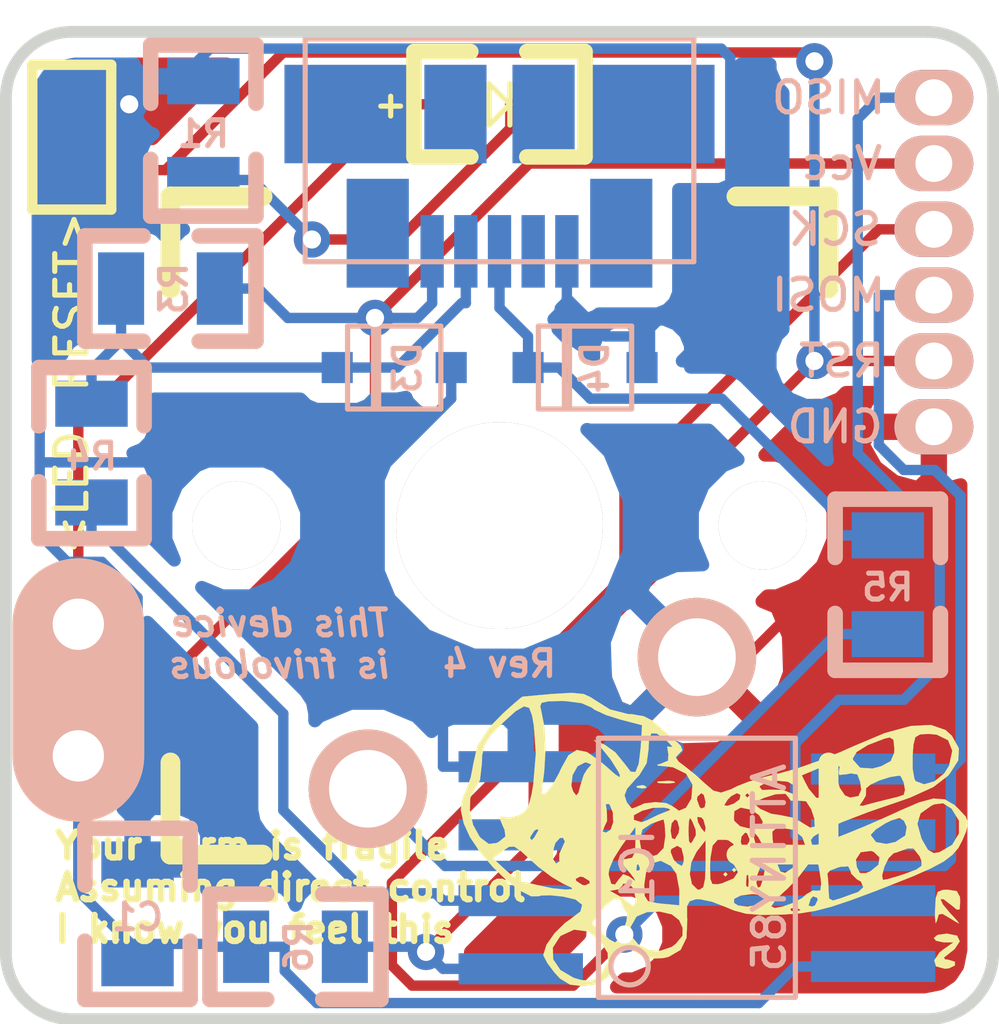
<source format=kicad_pcb>
(kicad_pcb (version 3) (host pcbnew "(2013-02-13 BZR 3947)-testing")

  (general
    (links 30)
    (no_connects 0)
    (area 59.571 50.7956 80.8704 75.621066)
    (thickness 1.6002)
    (drawings 18)
    (tracks 158)
    (zones 0)
    (modules 21)
    (nets 13)
  )

  (page USLetter)
  (title_block 
    (title "The '1A' Keyboard")
    (rev 4)
    (company regack)
  )

  (layers
    (15 Front signal)
    (0 Back signal)
    (20 B.SilkS user)
    (21 F.SilkS user hide)
    (22 B.Mask user hide)
    (23 F.Mask user hide)
    (24 Dwgs.User user hide)
    (25 Cmts.User user hide)
    (26 Eco1.User user hide)
    (27 Eco2.User user)
    (28 Edge.Cuts user)
  )

  (setup
    (last_trace_width 0.2)
    (trace_clearance 0.2)
    (zone_clearance 0.381)
    (zone_45_only no)
    (trace_min 0.16)
    (segment_width 0.0254)
    (edge_width 0.2286)
    (via_size 0.7)
    (via_drill 0.35)
    (via_min_size 0.7)
    (via_min_drill 0.35)
    (uvia_size 0.508)
    (uvia_drill 0.127)
    (uvias_allowed no)
    (uvia_min_size 0.508)
    (uvia_min_drill 0.127)
    (pcb_text_width 0.3048)
    (pcb_text_size 0.6 0.6)
    (mod_edge_width 0.1)
    (mod_text_size 0.5 0.5)
    (mod_text_width 0.1)
    (pad_size 0.889 1.397)
    (pad_drill 0)
    (pad_to_mask_clearance 0.1016)
    (pad_to_paste_clearance -0.04)
    (aux_axis_origin 69.85 63.5)
    (visible_elements 7FFFFFBF)
    (pcbplotparams
      (layerselection 284196865)
      (usegerberextensions true)
      (excludeedgelayer false)
      (linewidth 9000)
      (plotframeref false)
      (viasonmask false)
      (mode 1)
      (useauxorigin true)
      (hpglpennumber 1)
      (hpglpenspeed 20)
      (hpglpendiameter 15)
      (hpglpenoverlay 0)
      (psnegative false)
      (psa4output false)
      (plotreference true)
      (plotvalue true)
      (plotothertext true)
      (plotinvisibletext false)
      (padsonsilk false)
      (subtractmaskfromsilk true)
      (outputformat 1)
      (mirror false)
      (drillshape 0)
      (scaleselection 1)
      (outputdirectory gerber/))
  )

  (net 0 "")
  (net 1 /MISO)
  (net 2 /MOSI)
  (net 3 /RST)
  (net 4 /SCK)
  (net 5 GND)
  (net 6 N-0000010)
  (net 7 N-0000011)
  (net 8 N-0000013)
  (net 9 N-000007)
  (net 10 N-000008)
  (net 11 N-000009)
  (net 12 VCC)

  (net_class Default "This is the default net class."
    (clearance 0.2)
    (trace_width 0.2)
    (via_dia 0.7)
    (via_drill 0.35)
    (uvia_dia 0.508)
    (uvia_drill 0.127)
    (add_net "")
    (add_net /MISO)
    (add_net /MOSI)
    (add_net /RST)
    (add_net /SCK)
    (add_net GND)
    (add_net N-0000010)
    (add_net N-0000011)
    (add_net N-0000013)
    (add_net N-000007)
    (add_net N-000008)
    (add_net N-000009)
    (add_net VCC)
  )

  (net_class POWER ""
    (clearance 0.2)
    (trace_width 0.3)
    (via_dia 1)
    (via_drill 0.4)
    (uvia_dia 0.508)
    (uvia_drill 0.127)
  )

  (module SM0805 (layer Back) (tedit 54FF4474) (tstamp 52CF0206)
    (at 77.343 64.643 90)
    (path /52CEFAD9)
    (attr smd)
    (fp_text reference R5 (at -0.0508 0 180) (layer B.SilkS)
      (effects (font (size 0.5 0.5) (thickness 0.1)) (justify mirror))
    )
    (fp_text value 68ohm (at -0.5715 1.4605 90) (layer B.SilkS) hide
      (effects (font (size 0.635 0.635) (thickness 0.127)) (justify mirror))
    )
    (fp_line (start 0.527 1.016) (end 1.651 1.016) (layer B.SilkS) (width 0.3))
    (fp_line (start 1.651 1.016) (end 1.651 -1.016) (layer B.SilkS) (width 0.3))
    (fp_line (start 1.651 -1.016) (end 0.527 -1.016) (layer B.SilkS) (width 0.3))
    (fp_line (start -0.554 1.016) (end -1.651 1.016) (layer B.SilkS) (width 0.3))
    (fp_line (start -1.651 1.016) (end -1.651 -1.016) (layer B.SilkS) (width 0.3))
    (fp_line (start -1.651 -1.016) (end -0.554 -1.016) (layer B.SilkS) (width 0.3))
    (pad 1 smd rect (at -0.9525 0 90) (size 0.889 1.397)
      (layers Back B.Mask)
      (net 7 N-0000011)
    )
    (pad 2 smd rect (at 0.9525 0 90) (size 0.889 1.397)
      (layers Back B.Mask)
      (net 8 N-0000013)
    )
    (model smd/chip_cms.wrl
      (at (xyz 0 0 0))
      (scale (xyz 0.1 0.1 0.1))
      (rotate (xyz 0 0 0))
    )
  )

  (module SM0805 (layer Back) (tedit 52EEABFF) (tstamp 52CF0212)
    (at 65.913 71.628)
    (path /52CB0B5D)
    (attr smd)
    (fp_text reference R6 (at 0.0635 0 90) (layer B.SilkS)
      (effects (font (size 0.5 0.5) (thickness 0.1)) (justify mirror))
    )
    (fp_text value 10k (at -0.5715 1.4605) (layer B.SilkS) hide
      (effects (font (size 0.635 0.635) (thickness 0.127)) (justify mirror))
    )
    (fp_line (start 0.527 1.016) (end 1.651 1.016) (layer B.SilkS) (width 0.3))
    (fp_line (start 1.651 1.016) (end 1.651 -1.016) (layer B.SilkS) (width 0.3))
    (fp_line (start 1.651 -1.016) (end 0.527 -1.016) (layer B.SilkS) (width 0.3))
    (fp_line (start -0.554 1.016) (end -1.651 1.016) (layer B.SilkS) (width 0.3))
    (fp_line (start -1.651 1.016) (end -1.651 -1.016) (layer B.SilkS) (width 0.3))
    (fp_line (start -1.651 -1.016) (end -0.554 -1.016) (layer B.SilkS) (width 0.3))
    (pad 1 smd rect (at -0.9525 0) (size 0.889 1.397)
      (layers Back B.Mask)
      (net 12 VCC)
    )
    (pad 2 smd rect (at 0.9525 0) (size 0.889 1.397)
      (layers Back B.Mask)
      (net 3 /RST)
    )
    (model smd/chip_cms.wrl
      (at (xyz 0 0 0))
      (scale (xyz 0.1 0.1 0.1))
      (rotate (xyz 0 0 0))
    )
  )

  (module SM0805 (layer Back) (tedit 54FF447D) (tstamp 52CF021E)
    (at 62.865 70.993 270)
    (path /52CEFCBF)
    (attr smd)
    (fp_text reference C1 (at 0.0635 0 540) (layer B.SilkS)
      (effects (font (size 0.5 0.5) (thickness 0.1)) (justify mirror))
    )
    (fp_text value 4.7uf (at -0.5715 1.4605 270) (layer B.SilkS) hide
      (effects (font (size 0.635 0.635) (thickness 0.127)) (justify mirror))
    )
    (fp_line (start 0.527 1.016) (end 1.651 1.016) (layer B.SilkS) (width 0.3))
    (fp_line (start 1.651 1.016) (end 1.651 -1.016) (layer B.SilkS) (width 0.3))
    (fp_line (start 1.651 -1.016) (end 0.527 -1.016) (layer B.SilkS) (width 0.3))
    (fp_line (start -0.554 1.016) (end -1.651 1.016) (layer B.SilkS) (width 0.3))
    (fp_line (start -1.651 1.016) (end -1.651 -1.016) (layer B.SilkS) (width 0.3))
    (fp_line (start -1.651 -1.016) (end -0.554 -1.016) (layer B.SilkS) (width 0.3))
    (pad 1 smd rect (at -0.9525 0 270) (size 0.889 1.397)
      (layers Back B.Mask)
      (net 5 GND)
    )
    (pad 2 smd rect (at 0.9525 0 270) (size 0.889 1.397)
      (layers Back B.Mask)
      (net 12 VCC)
    )
    (model smd/chip_cms.wrl
      (at (xyz 0 0 0))
      (scale (xyz 0.1 0.1 0.1))
      (rotate (xyz 0 0 0))
    )
  )

  (module SM0805 (layer Back) (tedit 54FF4458) (tstamp 52CF024E)
    (at 61.976 62.103 90)
    (path /52CB0721)
    (attr smd)
    (fp_text reference R4 (at -0.0635 0 180) (layer B.SilkS)
      (effects (font (size 0.5 0.5) (thickness 0.1)) (justify mirror))
    )
    (fp_text value 68ohm (at -0.5715 1.4605 90) (layer B.SilkS) hide
      (effects (font (size 0.635 0.635) (thickness 0.127)) (justify mirror))
    )
    (fp_line (start 0.527 1.016) (end 1.651 1.016) (layer B.SilkS) (width 0.3))
    (fp_line (start 1.651 1.016) (end 1.651 -1.016) (layer B.SilkS) (width 0.3))
    (fp_line (start 1.651 -1.016) (end 0.527 -1.016) (layer B.SilkS) (width 0.3))
    (fp_line (start -0.554 1.016) (end -1.651 1.016) (layer B.SilkS) (width 0.3))
    (fp_line (start -1.651 1.016) (end -1.651 -1.016) (layer B.SilkS) (width 0.3))
    (fp_line (start -1.651 -1.016) (end -0.554 -1.016) (layer B.SilkS) (width 0.3))
    (pad 1 smd rect (at -0.9525 0 90) (size 0.889 1.397)
      (layers Back B.Mask)
      (net 10 N-000008)
    )
    (pad 2 smd rect (at 0.9525 0 90) (size 0.889 1.397)
      (layers Back B.Mask)
      (net 6 N-0000010)
    )
    (model smd/chip_cms.wrl
      (at (xyz 0 0 0))
      (scale (xyz 0.1 0.1 0.1))
      (rotate (xyz 0 0 0))
    )
  )

  (module SM0805 (layer Back) (tedit 54FF445D) (tstamp 52CF025A)
    (at 63.5 58.928 180)
    (path /52CB0710)
    (attr smd)
    (fp_text reference R3 (at -0.0635 0 270) (layer B.SilkS)
      (effects (font (size 0.5 0.5) (thickness 0.1)) (justify mirror))
    )
    (fp_text value 1.5k (at -0.5715 1.4605 180) (layer B.SilkS) hide
      (effects (font (size 0.635 0.635) (thickness 0.127)) (justify mirror))
    )
    (fp_line (start 0.527 1.016) (end 1.651 1.016) (layer B.SilkS) (width 0.3))
    (fp_line (start 1.651 1.016) (end 1.651 -1.016) (layer B.SilkS) (width 0.3))
    (fp_line (start 1.651 -1.016) (end 0.527 -1.016) (layer B.SilkS) (width 0.3))
    (fp_line (start -0.554 1.016) (end -1.651 1.016) (layer B.SilkS) (width 0.3))
    (fp_line (start -1.651 1.016) (end -1.651 -1.016) (layer B.SilkS) (width 0.3))
    (fp_line (start -1.651 -1.016) (end -0.554 -1.016) (layer B.SilkS) (width 0.3))
    (pad 1 smd rect (at -0.9525 0 180) (size 0.889 1.397)
      (layers Back B.Mask)
      (net 12 VCC)
    )
    (pad 2 smd rect (at 0.9525 0 180) (size 0.889 1.397)
      (layers Back B.Mask)
      (net 6 N-0000010)
    )
    (model smd/chip_cms.wrl
      (at (xyz 0 0 0))
      (scale (xyz 0.1 0.1 0.1))
      (rotate (xyz 0 0 0))
    )
  )

  (module CHERRY_PCB_100H_Plated   locked (layer Front) (tedit 52F009B4) (tstamp 52CF02CF)
    (at 69.85 63.5 180)
    (path /52CEFEBC)
    (fp_text reference S1 (at 0 2.921 180) (layer F.SilkS) hide
      (effects (font (size 1 1) (thickness 0.2)))
    )
    (fp_text value MX1A (at 0 5.08 180) (layer F.SilkS) hide
      (effects (font (size 1.27 1.524) (thickness 0.2032)))
    )
    (fp_text user 1.00u (at -5.715 8.255 180) (layer Dwgs.User) hide
      (effects (font (size 1.524 1.524) (thickness 0.3048)))
    )
    (fp_line (start -6.35 -6.35) (end 6.35 -6.35) (layer Cmts.User) (width 0.1524))
    (fp_line (start 6.35 -6.35) (end 6.35 6.35) (layer Cmts.User) (width 0.1524))
    (fp_line (start 6.35 6.35) (end -6.35 6.35) (layer Cmts.User) (width 0.1524))
    (fp_line (start -6.35 6.35) (end -6.35 -6.35) (layer Cmts.User) (width 0.1524))
    (fp_line (start -9.398 -9.398) (end 9.398 -9.398) (layer Dwgs.User) (width 0.1524))
    (fp_line (start 9.398 -9.398) (end 9.398 9.398) (layer Dwgs.User) (width 0.1524))
    (fp_line (start 9.398 9.398) (end -9.398 9.398) (layer Dwgs.User) (width 0.1524))
    (fp_line (start -9.398 9.398) (end -9.398 -9.398) (layer Dwgs.User) (width 0.1524))
    (fp_line (start -6.35 -6.35) (end -4.572 -6.35) (layer F.SilkS) (width 0.381))
    (fp_line (start 4.572 -6.35) (end 6.35 -6.35) (layer F.SilkS) (width 0.381))
    (fp_line (start 6.35 -6.35) (end 6.35 -4.572) (layer F.SilkS) (width 0.381))
    (fp_line (start 6.35 4.572) (end 6.35 6.35) (layer F.SilkS) (width 0.381))
    (fp_line (start 6.35 6.35) (end 4.572 6.35) (layer F.SilkS) (width 0.381))
    (fp_line (start -4.572 6.35) (end -6.35 6.35) (layer F.SilkS) (width 0.381))
    (fp_line (start -6.35 6.35) (end -6.35 4.572) (layer F.SilkS) (width 0.381))
    (fp_line (start -6.35 -4.572) (end -6.35 -6.35) (layer F.SilkS) (width 0.381))
    (fp_line (start -6.985 -6.985) (end 6.985 -6.985) (layer Eco2.User) (width 0.1524))
    (fp_line (start 6.985 -6.985) (end 6.985 6.985) (layer Eco2.User) (width 0.1524))
    (fp_line (start 6.985 6.985) (end -6.985 6.985) (layer Eco2.User) (width 0.1524))
    (fp_line (start -6.985 6.985) (end -6.985 -6.985) (layer Eco2.User) (width 0.1524))
    (pad 1 thru_hole circle (at 2.54 -5.08 180) (size 2.286 2.286) (drill 1.498599)
      (layers *.Cu *.SilkS *.Mask)
      (net 2 /MOSI)
    )
    (pad 2 thru_hole circle (at -3.81 -2.54 180) (size 2.286 2.286) (drill 1.498599)
      (layers *.Cu *.SilkS *.Mask)
      (net 5 GND)
    )
    (pad HOLE thru_hole circle (at 0 0 180) (size 3.9878 3.9878) (drill 3.9878)
      (layers *.Cu *.Mask F.SilkS)
    )
    (pad HOLE thru_hole circle (at -5.08 0 180) (size 1.7018 1.7018) (drill 1.701799)
      (layers *.Cu *.Mask F.SilkS)
    )
    (pad HOLE thru_hole circle (at 5.08 0 180) (size 1.7018 1.7018) (drill 1.701799)
      (layers *.Cu *.Mask F.SilkS)
    )
  )

  (module Pad_50mil (layer Back) (tedit 52EEF099) (tstamp 52CF025F)
    (at 78.232 55.245 90)
    (path /52CF0285)
    (fp_text reference P1 (at 0 1.651 180) (layer B.SilkS) hide
      (effects (font (size 0.6 0.6) (thickness 0.1)) (justify mirror))
    )
    (fp_text value MISO (at 0 -2.032 360) (layer B.SilkS)
      (effects (font (size 0.6 0.6) (thickness 0.1)) (justify mirror))
    )
    (pad 1 thru_hole oval (at 0 0 90) (size 1.0668 1.524) (drill 0.7112)
      (layers *.Cu *.Mask B.SilkS)
      (net 1 /MISO)
    )
  )

  (module Pad_50mil (layer Back) (tedit 52EEF0C5) (tstamp 52CF0264)
    (at 78.232 61.595 90)
    (path /52CF02D6)
    (fp_text reference P6 (at 0 1.651 180) (layer B.SilkS) hide
      (effects (font (size 0.6 0.6) (thickness 0.1)) (justify mirror))
    )
    (fp_text value GND (at 0 -1.905 360) (layer B.SilkS)
      (effects (font (size 0.6 0.6) (thickness 0.1)) (justify mirror))
    )
    (pad 1 thru_hole oval (at 0 0 90) (size 1.0668 1.524) (drill 0.7112)
      (layers *.Cu *.Mask B.SilkS)
      (net 5 GND)
    )
  )

  (module Pad_50mil (layer Back) (tedit 52F02C5E) (tstamp 52CF0269)
    (at 78.232 60.325 90)
    (path /52CF02D0)
    (fp_text reference P5 (at 0 1.651 180) (layer B.SilkS) hide
      (effects (font (size 0.6 0.6) (thickness 0.1)) (justify mirror))
    )
    (fp_text value RST (at 0 -1.778 180) (layer B.SilkS)
      (effects (font (size 0.6 0.6) (thickness 0.1)) (justify mirror))
    )
    (pad 1 thru_hole oval (at 0 0 90) (size 1.0668 1.524) (drill 0.7112)
      (layers *.Cu *.Mask B.SilkS)
      (net 3 /RST)
    )
  )

  (module Pad_50mil (layer Back) (tedit 52EEF0A0) (tstamp 52CF026E)
    (at 78.232 59.055 90)
    (path /52CF02CA)
    (fp_text reference P4 (at 0 1.651 180) (layer B.SilkS) hide
      (effects (font (size 0.6 0.6) (thickness 0.1)) (justify mirror))
    )
    (fp_text value MOSI (at 0 -2.032 360) (layer B.SilkS)
      (effects (font (size 0.6 0.6) (thickness 0.1)) (justify mirror))
    )
    (pad 1 thru_hole oval (at 0 0 90) (size 1.0668 1.524) (drill 0.7112)
      (layers *.Cu *.Mask B.SilkS)
      (net 2 /MOSI)
    )
  )

  (module Pad_50mil (layer Back) (tedit 52EEF0C1) (tstamp 52CF0273)
    (at 78.232 57.785 90)
    (path /52CF02C4)
    (fp_text reference P3 (at 0 1.651 180) (layer B.SilkS) hide
      (effects (font (size 0.6 0.6) (thickness 0.1)) (justify mirror))
    )
    (fp_text value SCK (at 0 -1.905 360) (layer B.SilkS)
      (effects (font (size 0.6 0.6) (thickness 0.1)) (justify mirror))
    )
    (pad 1 thru_hole oval (at 0 0 90) (size 1.0668 1.524) (drill 0.7112)
      (layers *.Cu *.Mask B.SilkS)
      (net 4 /SCK)
    )
  )

  (module Pad_50mil (layer Back) (tedit 52EEF0BE) (tstamp 52CF0278)
    (at 78.232 56.515 90)
    (path /52CF02BE)
    (fp_text reference P2 (at 0 1.651 180) (layer B.SilkS) hide
      (effects (font (size 0.6 0.6) (thickness 0.1)) (justify mirror))
    )
    (fp_text value Vcc (at 0 -1.778 360) (layer B.SilkS)
      (effects (font (size 0.6 0.6) (thickness 0.1)) (justify mirror))
    )
    (pad 1 thru_hole oval (at 0 0 90) (size 1.0668 1.524) (drill 0.7112)
      (layers *.Cu *.Mask B.SilkS)
      (net 12 VCC)
    )
  )

  (module 40x40x10 (layer Front) (tedit 52B9AFF7) (tstamp 52CF1A51)
    (at 61.595 56.007 270)
    (path /52CF1C92)
    (fp_text reference JP1 (at 0 -0.9 270) (layer F.SilkS) hide
      (effects (font (size 0.5 0.5) (thickness 0.1)))
    )
    (fp_text value JUMPER (at 0 0.9 270) (layer F.SilkS) hide
      (effects (font (size 0.5 0.5) (thickness 0.1)))
    )
    (fp_line (start -1.397 -0.762) (end 1.397 -0.762) (layer F.SilkS) (width 0.2))
    (fp_line (start 1.397 -0.762) (end 1.397 0.762) (layer F.SilkS) (width 0.2))
    (fp_line (start 1.397 0.762) (end -1.397 0.762) (layer F.SilkS) (width 0.2))
    (fp_line (start -1.397 0.762) (end -1.397 -0.762) (layer F.SilkS) (width 0.2))
    (pad 1 smd rect (at -0.635 0 270) (size 1.016 1.016)
      (layers Front F.Mask)
      (net 5 GND)
    )
    (pad 2 smd rect (at 0.635 0 270) (size 1.016 1.016)
      (layers Front F.Mask)
      (net 3 /RST)
    )
  )

  (module ATtiny85_SOIC8 (layer Back) (tedit 52EE9E22) (tstamp 529E797C)
    (at 73.66 70.104 270)
    (tags ATMEL)
    (path /529E77BC)
    (fp_text reference IC1 (at 0 1.143 270) (layer B.SilkS)
      (effects (font (size 0.6 0.6) (thickness 0.1)) (justify mirror))
    )
    (fp_text value ATTINY85 (at 0 -1.397 270) (layer B.SilkS)
      (effects (font (size 0.6 0.6) (thickness 0.1)) (justify mirror))
    )
    (fp_circle (center 1.9 1.3) (end 2.2 1.1) (layer B.SilkS) (width 0.1))
    (fp_line (start 2.5 -1.9) (end 2.5 0) (layer B.SilkS) (width 0.1))
    (fp_line (start -2.5 1.9) (end -2.5 -1.9) (layer B.SilkS) (width 0.1))
    (fp_line (start 2.5 0) (end 2.5 1.9) (layer B.SilkS) (width 0.1))
    (fp_line (start 2.5 -1.9) (end -2.5 -1.9) (layer B.SilkS) (width 0.1))
    (fp_line (start 2.5 1.9) (end -2.5 1.9) (layer B.SilkS) (width 0.1))
    (pad 1 smd rect (at 1.95 3.4 270) (size 0.6 2.4)
      (layers Back B.Mask)
      (net 3 /RST)
    )
    (pad 2 smd rect (at 0.635 3.4 270) (size 0.6 2.4)
      (layers Back B.Mask)
      (net 10 N-000008)
    )
    (pad 3 smd rect (at -0.635 3.4 270) (size 0.6 2.4)
      (layers Back B.Mask)
      (net 7 N-0000011)
    )
    (pad 4 smd rect (at -1.95 3.4 270) (size 0.6 2.4)
      (layers Back B.Mask)
      (net 5 GND)
    )
    (pad 5 smd rect (at -1.905 -3.4 270) (size 0.6 2.4)
      (layers Back B.Mask)
      (net 2 /MOSI)
    )
    (pad 6 smd rect (at -0.635 -3.4 270) (size 0.6 2.4)
      (layers Back B.Mask)
      (net 1 /MISO)
    )
    (pad 7 smd rect (at 0.635 -3.4 270) (size 0.6 2.4)
      (layers Back B.Mask)
      (net 4 /SCK)
    )
    (pad 8 smd rect (at 1.905 -3.4 270) (size 0.6 2.4)
      (layers Back B.Mask)
      (net 12 VCC)
    )
  )

  (module SOD-323-2 (layer Back) (tedit 54FF446E) (tstamp 52CF01E7)
    (at 71.501 60.452)
    (tags "Small Signal Zener Diodes")
    (path /52CEFB2E)
    (attr smd)
    (fp_text reference D4 (at 0.1905 0 90) (layer B.SilkS)
      (effects (font (size 0.5 0.5) (thickness 0.1)) (justify mirror))
    )
    (fp_text value "3.6v Zener" (at 0 1.3) (layer B.SilkS) hide
      (effects (font (size 0.5 0.5) (thickness 0.1)) (justify mirror))
    )
    (fp_line (start -0.3 -0.8) (end -0.3 0.8) (layer B.SilkS) (width 0.1))
    (fp_line (start -0.4 0.8) (end -0.4 -0.8) (layer B.SilkS) (width 0.1))
    (fp_line (start -0.9 0.8) (end 0.9 0.8) (layer B.SilkS) (width 0.1))
    (fp_line (start 0.9 0.8) (end 0.9 -0.8) (layer B.SilkS) (width 0.1))
    (fp_line (start 0.9 -0.8) (end -0.9 -0.8) (layer B.SilkS) (width 0.1))
    (fp_line (start -0.9 -0.8) (end -0.9 0.8) (layer B.SilkS) (width 0.1))
    (pad C smd rect (at -1.1 0) (size 0.6 0.6)
      (layers Back B.Mask)
      (net 8 N-0000013)
    )
    (pad A smd rect (at 1.1 0) (size 0.6 0.6)
      (layers Back B.Mask)
      (net 5 GND)
    )
    (model smd/chip_cms.wrl
      (at (xyz 0 0 0))
      (scale (xyz 0.1 0.1 0.1))
      (rotate (xyz 0 0 0))
    )
  )

  (module SOD-323-2 (layer Back) (tedit 54FF446A) (tstamp 52CF01FA)
    (at 67.818 60.452)
    (tags "Small Signal Zener Diodes")
    (path /52CEFA04)
    (attr smd)
    (fp_text reference D3 (at 0.254 0 90) (layer B.SilkS)
      (effects (font (size 0.5 0.5) (thickness 0.1)) (justify mirror))
    )
    (fp_text value "3.6v Zener" (at 0 1.3) (layer B.SilkS) hide
      (effects (font (size 0.5 0.5) (thickness 0.1)) (justify mirror))
    )
    (fp_line (start -0.3 -0.8) (end -0.3 0.8) (layer B.SilkS) (width 0.1))
    (fp_line (start -0.4 0.8) (end -0.4 -0.8) (layer B.SilkS) (width 0.1))
    (fp_line (start -0.9 0.8) (end 0.9 0.8) (layer B.SilkS) (width 0.1))
    (fp_line (start 0.9 0.8) (end 0.9 -0.8) (layer B.SilkS) (width 0.1))
    (fp_line (start 0.9 -0.8) (end -0.9 -0.8) (layer B.SilkS) (width 0.1))
    (fp_line (start -0.9 -0.8) (end -0.9 0.8) (layer B.SilkS) (width 0.1))
    (pad C smd rect (at -1.1 0) (size 0.6 0.6)
      (layers Back B.Mask)
      (net 6 N-0000010)
    )
    (pad A smd rect (at 1.1 0) (size 0.6 0.6)
      (layers Back B.Mask)
      (net 5 GND)
    )
    (model smd/chip_cms.wrl
      (at (xyz 0 0 0))
      (scale (xyz 0.1 0.1 0.1))
      (rotate (xyz 0 0 0))
    )
  )

  (module USB_MICRO-B_MOLEX_47346-0001 (layer Back) (tedit 52F007F4) (tstamp 52CF01AE)
    (at 69.85 54.61 180)
    (descr http://www.molex.com)
    (tags "47346-0001  MICRO B")
    (path /52CB0679)
    (fp_text reference J1 (at 0 2.7 180) (layer B.SilkS) hide
      (effects (font (size 1.524 1.524) (thickness 0.3048)) (justify mirror))
    )
    (fp_text value USBMINI_B05 (at 0 -6.15 180) (layer B.SilkS) hide
      (effects (font (size 1.524 1.524) (thickness 0.3048)) (justify mirror))
    )
    (fp_line (start -3.75 -3.8) (end -3.75 0.5) (layer B.SilkS) (width 0.1))
    (fp_line (start -3.75 0.5) (end 3.75 0.5) (layer B.SilkS) (width 0.1))
    (fp_line (start 3.75 0.5) (end 3.75 -3.8) (layer B.SilkS) (width 0.1))
    (fp_line (start 3.75 -3.8) (end -3.75 -3.8) (layer B.SilkS) (width 0.1))
    (fp_line (start 3.75 1.2) (end 3.75 -3.8) (layer Cmts.User) (width 0.1))
    (fp_line (start -3.75 1.2) (end -3.75 -3.8) (layer Cmts.User) (width 0.1))
    (fp_line (start 0 1.2) (end -3.75 1.2) (layer Cmts.User) (width 0.1))
    (fp_line (start 0 1.2) (end 3.75 1.2) (layer Cmts.User) (width 0.1))
    (fp_line (start 6.4 0.5) (end -6.5 0.5) (layer Dwgs.User) (width 0.1))
    (pad "" smd rect (at -2.95 -0.95 180) (size 2.4 1.9)
      (layers Back B.Mask)
    )
    (pad "" smd rect (at 2.95 -0.95 180) (size 2.4 1.9)
      (layers Back B.Mask)
    )
    (pad "" smd rect (at 2.35 -3.25 180) (size 1.2 2.1)
      (layers Back B.Mask)
    )
    (pad "" smd rect (at -2.35 -3.25 180) (size 1.2 2.1)
      (layers Back B.Mask)
    )
    (pad 3 smd rect (at 0 -3.6 180) (size 0.45 1.4)
      (layers Back B.Mask)
      (net 8 N-0000013)
    )
    (pad 2 smd rect (at 0.65 -3.6 180) (size 0.45 1.4)
      (layers Back B.Mask)
      (net 6 N-0000010)
    )
    (pad 1 smd rect (at 1.3 -3.6 180) (size 0.45 1.4)
      (layers Back B.Mask)
      (net 12 VCC)
    )
    (pad 4 smd rect (at -0.65 -3.6 180) (size 0.45 1.4)
      (layers Back B.Mask)
    )
    (pad 5 smd rect (at -1.3 -3.6 180) (size 0.45 1.4)
      (layers Back B.Mask)
      (net 5 GND)
    )
    (pad "" smd rect (at 0.85 -0.95 180) (size 1.2 1.9)
      (layers Back B.Mask)
    )
    (pad "" smd rect (at -0.85 -0.95 180) (size 1.2 1.9)
      (layers Back B.Mask)
    )
  )

  (module Silkscreen_Regack_80x120 (layer Front) (tedit 0) (tstamp 52F00A03)
    (at 73.914 69.342 90)
    (path /52CF4EB9)
    (fp_text reference G1 (at 0 5.842 90) (layer F.SilkS) hide
      (effects (font (size 1.524 1.524) (thickness 0.3048)))
    )
    (fp_text value Graphic (at 0 -5.842 90) (layer F.SilkS) hide
      (effects (font (size 1.524 1.524) (thickness 0.3048)))
    )
    (fp_poly (pts (xy 2.61366 -2.66954) (xy 2.5908 -2.4384) (xy 2.52984 -2.30632) (xy 2.45618 -2.19202)
      (xy 2.45618 -2.8702) (xy 2.44856 -3.12674) (xy 2.42062 -3.2512) (xy 2.35458 -3.2766)
      (xy 2.35204 -3.2766) (xy 2.35204 -3.59156) (xy 2.25806 -3.75412) (xy 2.03708 -3.99796)
      (xy 2.00152 -4.03352) (xy 1.77546 -4.24434) (xy 1.59766 -4.3561) (xy 1.40462 -4.39928)
      (xy 1.24968 -4.40436) (xy 0.93218 -4.43992) (xy 0.75438 -4.53898) (xy 0.5842 -4.62788)
      (xy 0.33274 -4.6355) (xy 0.0635 -4.572) (xy -0.16256 -4.44754) (xy -0.1905 -4.4196)
      (xy -0.30226 -4.26974) (xy -0.28448 -4.12242) (xy -0.25908 -4.07416) (xy -0.15748 -3.9497)
      (xy -0.0254 -3.96748) (xy -0.00254 -3.98018) (xy 0.1778 -4.05638) (xy 0.23622 -4.03606)
      (xy 0.2159 -3.9878) (xy 0.20574 -3.85826) (xy 0.24892 -3.69824) (xy 0.3175 -3.57886)
      (xy 0.43942 -3.50012) (xy 0.6604 -3.44424) (xy 0.86106 -3.41122) (xy 1.44018 -3.36296)
      (xy 1.97612 -3.40106) (xy 2.17932 -3.43662) (xy 2.3241 -3.4925) (xy 2.35204 -3.59156)
      (xy 2.35204 -3.2766) (xy 2.28346 -3.26136) (xy 1.94818 -3.19532) (xy 1.52654 -3.175)
      (xy 1.09728 -3.2004) (xy 0.99568 -3.2131) (xy 0.762 -3.24358) (xy 0.66294 -3.23596)
      (xy 0.6731 -3.18262) (xy 0.6985 -3.15214) (xy 0.83566 -3.04292) (xy 1.06426 -2.91592)
      (xy 1.16332 -2.8702) (xy 1.4097 -2.73304) (xy 1.5113 -2.57302) (xy 1.47066 -2.3749)
      (xy 1.28524 -2.11074) (xy 1.27 -2.0955) (xy 1.27 -2.41554) (xy 1.19634 -2.55778)
      (xy 1.02362 -2.6543) (xy 0.82296 -2.67716) (xy 0.71374 -2.64414) (xy 0.63246 -2.58318)
      (xy 0.6858 -2.54) (xy 0.83058 -2.5019) (xy 1.03124 -2.4384) (xy 1.14554 -2.36728)
      (xy 1.14554 -2.36474) (xy 1.22936 -2.29108) (xy 1.26746 -2.37744) (xy 1.27 -2.41554)
      (xy 1.27 -2.0955) (xy 1.2065 -2.0193) (xy 1.03886 -1.8288) (xy 0.98298 -1.74244)
      (xy 1.03124 -1.74244) (xy 1.09982 -1.77546) (xy 1.32588 -1.9177) (xy 1.50876 -2.06502)
      (xy 1.70688 -2.24536) (xy 1.60782 -2.02692) (xy 1.46558 -1.8288) (xy 1.2573 -1.65862)
      (xy 1.25476 -1.65608) (xy 1.0922 -1.53162) (xy 1.08712 -1.44018) (xy 1.2446 -1.37668)
      (xy 1.56718 -1.33858) (xy 1.98882 -1.31318) (xy 2.09804 -1.73228) (xy 2.1844 -2.0066)
      (xy 2.28346 -2.2225) (xy 2.33172 -2.29108) (xy 2.413 -2.4765) (xy 2.45364 -2.77876)
      (xy 2.45618 -2.8702) (xy 2.45618 -2.19202) (xy 2.29362 -1.93294) (xy 2.20218 -1.5748)
      (xy 2.20218 -1.5113) (xy 2.16154 -1.27762) (xy 2.07518 -1.10998) (xy 1.93802 -0.95504)
      (xy 1.83134 -0.83058) (xy 1.83134 -1.13538) (xy 1.67894 -1.1811) (xy 1.52908 -1.18618)
      (xy 1.25476 -1.22428) (xy 1.02616 -1.36398) (xy 0.9398 -1.44526) (xy 0.762 -1.60274)
      (xy 0.635 -1.651) (xy 0.50292 -1.60782) (xy 0.50038 -1.60528) (xy 0.4699 -1.58242)
      (xy 0.4699 -1.95834) (xy 0.46482 -2.01422) (xy 0.34544 -1.9939) (xy 0.1397 -1.98882)
      (xy 0.0381 -2.03708) (xy -0.01778 -2.0574) (xy -0.01778 -3.3401) (xy -0.04318 -3.38836)
      (xy -0.16764 -3.46964) (xy -0.19558 -3.47218) (xy -0.2286 -3.43916) (xy -0.17018 -3.38836)
      (xy -0.03556 -3.31216) (xy -0.01778 -3.3401) (xy -0.01778 -2.0574) (xy -0.0635 -2.07264)
      (xy -0.08382 -2.0066) (xy -0.02794 -1.92024) (xy 0.1143 -1.86944) (xy 0.30734 -1.87706)
      (xy 0.45466 -1.93802) (xy 0.4699 -1.95834) (xy 0.4699 -1.58242) (xy 0.381 -1.50876)
      (xy 0.41402 -1.41478) (xy 0.48006 -1.26746) (xy 0.50546 -1.05156) (xy 0.48514 -0.84328)
      (xy 0.42418 -0.72136) (xy 0.39878 -0.6858) (xy 0.39878 -0.89662) (xy 0.3937 -1.10236)
      (xy 0.33782 -1.31064) (xy 0.25146 -1.47066) (xy 0.1651 -1.47066) (xy 0.16002 -1.46558)
      (xy 0.11684 -1.31826) (xy 0.15494 -1.21666) (xy 0.26162 -0.99822) (xy 0.3048 -0.889)
      (xy 0.3556 -0.76962) (xy 0.38354 -0.81026) (xy 0.39878 -0.89662) (xy 0.39878 -0.6858)
      (xy 0.33782 -0.59944) (xy 0.39624 -0.46482) (xy 0.5715 -0.36068) (xy 0.84328 -0.34036)
      (xy 1.0541 -0.46482) (xy 1.17602 -0.71374) (xy 1.1938 -0.84836) (xy 1.20904 -1.01346)
      (xy 1.22936 -1.01346) (xy 1.2446 -0.94996) (xy 1.30556 -0.81026) (xy 1.44018 -0.80518)
      (xy 1.45542 -0.81026) (xy 1.57734 -0.82804) (xy 1.57226 -0.75438) (xy 1.56972 -0.75184)
      (xy 1.5748 -0.72644) (xy 1.66624 -0.8128) (xy 1.68656 -0.83566) (xy 1.8288 -1.0287)
      (xy 1.83134 -1.13538) (xy 1.83134 -0.83058) (xy 1.76276 -0.7493) (xy 1.73736 -0.72136)
      (xy 1.59258 -0.56642) (xy 1.50368 -0.5334) (xy 1.44272 -0.59436) (xy 1.36906 -0.66294)
      (xy 1.2827 -0.60452) (xy 1.21158 -0.508) (xy 1.03632 -0.28702) (xy 0.86868 -0.10414)
      (xy 0.72644 0.0635) (xy 0.68834 0.21082) (xy 0.75184 0.40132) (xy 0.81026 0.51816)
      (xy 0.89662 0.7366) (xy 0.9906 1.05156) (xy 1.06172 1.34366) (xy 1.15062 1.66878)
      (xy 1.2954 2.08026) (xy 1.47066 2.5146) (xy 1.57734 2.75336) (xy 1.83642 3.36804)
      (xy 1.97358 3.87096) (xy 1.9939 4.26212) (xy 1.89484 4.5466) (xy 1.82118 4.62534)
      (xy 1.82118 4.22148) (xy 1.81102 4.0513) (xy 1.75768 3.9624) (xy 1.7526 3.95986)
      (xy 1.7526 3.46456) (xy 1.72974 3.3655) (xy 1.60528 3.04292) (xy 1.4732 2.82956)
      (xy 1.3462 2.75336) (xy 1.31826 2.76098) (xy 1.22682 2.84226) (xy 1.22682 2.39014)
      (xy 1.18872 2.18186) (xy 1.14808 2.07264) (xy 1.02108 1.77038) (xy 0.91694 1.82118)
      (xy 0.91694 1.2954) (xy 0.889 1.09474) (xy 0.81788 0.9652) (xy 0.79756 0.95504)
      (xy 0.73914 1.0033) (xy 0.74422 1.18364) (xy 0.73914 1.40716) (xy 0.67818 1.55702)
      (xy 0.67818 0.71882) (xy 0.67818 0.51816) (xy 0.67818 -0.17018) (xy 0.6096 -0.24638)
      (xy 0.55372 -0.254) (xy 0.41148 -0.2032) (xy 0.381 -0.17018) (xy 0.4064 -0.10414)
      (xy 0.50292 -0.08636) (xy 0.64262 -0.11938) (xy 0.67818 -0.17018) (xy 0.67818 0.51816)
      (xy 0.61976 0.4064) (xy 0.55118 0.33782) (xy 0.4445 0.27178) (xy 0.4318 0.33274)
      (xy 0.47498 0.4572) (xy 0.55626 0.56896) (xy 0.64516 0.58674) (xy 0.67818 0.51816)
      (xy 0.67818 0.71882) (xy 0.635 0.67564) (xy 0.59182 0.71882) (xy 0.635 0.762)
      (xy 0.67818 0.71882) (xy 0.67818 1.55702) (xy 0.67564 1.56464) (xy 0.66548 1.58496)
      (xy 0.66548 1.45542) (xy 0.65532 1.25984) (xy 0.58674 1.0414) (xy 0.51562 0.88138)
      (xy 0.4572 0.86868) (xy 0.39878 0.93726) (xy 0.39878 0.59182) (xy 0.3302 0.46736)
      (xy 0.21844 0.46228) (xy 0.21844 -0.24638) (xy 0.20066 -0.24638) (xy 0.20066 -0.38608)
      (xy 0.17018 -0.39878) (xy 0.17018 -0.67818) (xy 0.17018 -0.89916) (xy 0.14224 -0.98552)
      (xy 0.08636 -1.13792) (xy 0.0254 -1.22936) (xy 0.0254 -1.44018) (xy -0.18288 -1.59258)
      (xy -0.18288 -2.83972) (xy -0.1905 -2.90068) (xy -0.28194 -2.9845) (xy -0.35306 -3.00736)
      (xy -0.35306 -3.77952) (xy -0.35814 -3.87858) (xy -0.4318 -3.99288) (xy -0.43434 -3.99542)
      (xy -0.58166 -4.18846) (xy -0.8128 -3.937) (xy -0.95758 -3.76936) (xy -1.03124 -3.6576)
      (xy -1.03378 -3.64236) (xy -1.04648 -3.54076) (xy -1.0922 -3.34518) (xy -1.10236 -3.302)
      (xy -1.15824 -3.03784) (xy -1.1811 -2.80416) (xy -1.1811 -2.794) (xy -1.17602 -2.66446)
      (xy -1.14554 -2.67208) (xy -1.07442 -2.82448) (xy -1.06426 -2.8448) (xy -0.9398 -3.05562)
      (xy -0.74676 -3.31216) (xy -0.61976 -3.4544) (xy -0.43688 -3.65506) (xy -0.35306 -3.77952)
      (xy -0.35306 -3.00736) (xy -0.43942 -3.03022) (xy -0.59436 -3.03022) (xy -0.67564 -2.97688)
      (xy -0.67818 -2.96418) (xy -0.635 -2.90322) (xy -0.6096 -2.91084) (xy -0.49022 -2.9083)
      (xy -0.4191 -2.87528) (xy -0.254 -2.80162) (xy -0.18288 -2.83972) (xy -0.18288 -1.59258)
      (xy -0.34798 -1.71196) (xy -0.58674 -1.86182) (xy -0.762 -1.93548) (xy -0.762 -2.159)
      (xy -0.80518 -2.20218) (xy -0.84582 -2.159) (xy -0.80518 -2.11836) (xy -0.762 -2.159)
      (xy -0.762 -1.93548) (xy -0.79756 -1.94818) (xy -0.889 -1.95834) (xy -0.93218 -1.94818)
      (xy -0.93218 -2.50952) (xy -0.97536 -2.59334) (xy -1.016 -2.58318) (xy -1.09474 -2.46126)
      (xy -1.09982 -2.40538) (xy -1.05918 -2.32156) (xy -1.016 -2.32918) (xy -0.9398 -2.4511)
      (xy -0.93218 -2.50952) (xy -0.93218 -1.94818) (xy -1.07188 -1.90754) (xy -1.08712 -1.83642)
      (xy -0.9906 -1.7653) (xy -0.88646 -1.6764) (xy -0.92964 -1.5621) (xy -0.94742 -1.53924)
      (xy -1.016 -1.44526) (xy -0.97282 -1.46304) (xy -0.889 -1.524) (xy -0.73406 -1.65608)
      (xy -0.65786 -1.73736) (xy -0.6096 -1.73482) (xy -0.59436 -1.63068) (xy -0.56896 -1.50368)
      (xy -0.45974 -1.45034) (xy -0.28448 -1.44018) (xy 0.0254 -1.44018) (xy 0.0254 -1.22936)
      (xy -0.0254 -1.30556) (xy -0.22098 -1.35636) (xy -0.24638 -1.35636) (xy -0.48006 -1.31826)
      (xy -0.56388 -1.20142) (xy -0.51054 -1.02108) (xy -0.381 -0.89662) (xy -0.14986 -0.8636)
      (xy -0.127 -0.8636) (xy 0.06858 -0.8763) (xy 0.16764 -0.89662) (xy 0.17018 -0.89916)
      (xy 0.17018 -0.67818) (xy 0.09652 -0.74168) (xy -0.04826 -0.762) (xy -0.19304 -0.7366)
      (xy -0.21082 -0.67818) (xy -0.09144 -0.60706) (xy 0.00508 -0.59436) (xy 0.1397 -0.62992)
      (xy 0.17018 -0.67818) (xy 0.17018 -0.39878) (xy 0.13716 -0.40894) (xy -0.04318 -0.41656)
      (xy -0.24638 -0.40894) (xy -0.29464 -0.37592) (xy -0.254 -0.34036) (xy -0.13462 -0.27432)
      (xy -0.02794 -0.2794) (xy 0.127 -0.34036) (xy 0.20066 -0.38608) (xy 0.20066 -0.24638)
      (xy 0.11684 -0.23368) (xy 0 -0.17018) (xy -0.07874 -0.10414) (xy -0.00254 -0.08636)
      (xy 0.01524 -0.08636) (xy 0.16764 -0.12954) (xy 0.21082 -0.17018) (xy 0.21844 -0.24638)
      (xy 0.21844 0.46228) (xy 0.1651 0.46228) (xy 0.1397 0.4699) (xy 0.04064 0.57658)
      (xy -0.00254 0.74676) (xy 0.01524 0.9144) (xy 0.09652 1.01092) (xy 0.12954 1.016)
      (xy 0.254 0.94488) (xy 0.3556 0.8001) (xy 0.39878 0.59182) (xy 0.39878 0.93726)
      (xy 0.37338 0.96774) (xy 0.2794 1.1811) (xy 0.254 1.35382) (xy 0.20574 1.59004)
      (xy 0.12954 1.7399) (xy 0.0127 1.9304) (xy 0.03302 2.0193) (xy 0.18542 2.01168)
      (xy 0.3683 1.95072) (xy 0.5207 1.85166) (xy 0.5334 1.7018) (xy 0.5334 1.69672)
      (xy 0.5334 1.55702) (xy 0.58166 1.524) (xy 0.66548 1.45542) (xy 0.66548 1.58496)
      (xy 0.62738 1.66878) (xy 0.6985 1.68402) (xy 0.83058 1.61798) (xy 0.89916 1.49606)
      (xy 0.91694 1.2954) (xy 0.91694 1.82118) (xy 0.76708 1.89992) (xy 0.58928 2.04724)
      (xy 0.57658 2.20218) (xy 0.72644 2.34188) (xy 0.79502 2.37236) (xy 0.97282 2.44602)
      (xy 0.78232 2.5019) (xy 0.635 2.60096) (xy 0.59182 2.70256) (xy 0.6223 2.86512)
      (xy 0.74168 2.91592) (xy 0.889 2.89814) (xy 1.03886 2.84226) (xy 1.05918 2.71526)
      (xy 1.04394 2.64414) (xy 1.0287 2.49174) (xy 1.08204 2.48412) (xy 1.19126 2.5019)
      (xy 1.22682 2.39014) (xy 1.22682 2.84226) (xy 1.1684 2.8956) (xy 1.15316 3.13436)
      (xy 1.19634 3.29946) (xy 1.2954 3.48488) (xy 1.45034 3.55092) (xy 1.5367 3.556)
      (xy 1.70942 3.53822) (xy 1.7526 3.46456) (xy 1.7526 3.95986) (xy 1.61036 3.9243)
      (xy 1.40716 3.90906) (xy 1.14808 3.90906) (xy 1.016 3.93192) (xy 1.016 3.64998)
      (xy 0.98806 3.47218) (xy 0.92202 3.26644) (xy 0.84074 3.09372) (xy 0.76962 3.00736)
      (xy 0.75438 3.0099) (xy 0.62738 3.00482) (xy 0.5334 2.94894) (xy 0.43688 2.8829)
      (xy 0.43434 2.95402) (xy 0.44958 3.00482) (xy 0.50546 3.2131) (xy 0.5588 3.429)
      (xy 0.60706 3.62458) (xy 0.64516 3.73634) (xy 0.73914 3.76174) (xy 0.88646 3.73634)
      (xy 1.00076 3.68046) (xy 1.016 3.64998) (xy 1.016 3.93192) (xy 0.95758 3.94208)
      (xy 0.90932 3.96748) (xy 0.84836 4.13004) (xy 0.90678 4.3307) (xy 1.05918 4.51866)
      (xy 1.20904 4.61264) (xy 1.49606 4.6736) (xy 1.69926 4.59232) (xy 1.80594 4.37388)
      (xy 1.82118 4.22148) (xy 1.82118 4.62534) (xy 1.78816 4.66344) (xy 1.54432 4.8006)
      (xy 1.31064 4.79044) (xy 1.0541 4.62534) (xy 1.01346 4.59232) (xy 0.79502 4.30784)
      (xy 0.59436 3.86588) (xy 0.54356 3.72364) (xy 0.3175 3.06578) (xy 0.12192 2.55524)
      (xy 0 2.27584) (xy 0 1.42748) (xy -0.00762 1.26746) (xy -0.0635 1.20142)
      (xy -0.08382 1.20142) (xy -0.08382 0.67564) (xy -0.15748 0.60706) (xy -0.22098 0.5969)
      (xy -0.22098 0.14986) (xy -0.23114 0.1397) (xy -0.23114 -0.08636) (xy -0.33782 -0.17018)
      (xy -0.33782 -0.635) (xy -0.40132 -0.7493) (xy -0.45466 -0.762) (xy -0.60452 -0.70358)
      (xy -0.62738 -0.68326) (xy -0.62738 -0.9525) (xy -0.67564 -1.12268) (xy -0.69342 -1.13538)
      (xy -0.69342 -1.38684) (xy -0.70612 -1.41224) (xy -0.80772 -1.4224) (xy -0.81788 -1.41224)
      (xy -0.80772 -1.36144) (xy -0.762 -1.35636) (xy -0.69342 -1.38684) (xy -0.69342 -1.13538)
      (xy -0.85598 -1.23698) (xy -1.06934 -1.26746) (xy -1.06934 -1.56718) (xy -1.06934 -1.6764)
      (xy -1.1049 -1.69418) (xy -1.17602 -1.7653) (xy -1.19126 -1.8415) (xy -1.2065 -1.93548)
      (xy -1.2446 -1.86436) (xy -1.33858 -1.69672) (xy -1.36652 -1.66116) (xy -1.36652 -1.74244)
      (xy -1.37668 -1.86436) (xy -1.49098 -2.02184) (xy -1.59766 -2.1082) (xy -1.83896 -2.28092)
      (xy -1.9558 -2.15646) (xy -1.9558 -2.62382) (xy -2.07264 -2.87782) (xy -2.08788 -2.8956)
      (xy -2.30378 -3.0353) (xy -2.52984 -3.02768) (xy -2.73558 -2.88798) (xy -2.88544 -2.63398)
      (xy -2.92862 -2.48412) (xy -2.93878 -2.27076) (xy -2.83972 -2.12852) (xy -2.78384 -2.08534)
      (xy -2.5781 -1.97104) (xy -2.40538 -1.97612) (xy -2.19964 -2.10058) (xy -2.1717 -2.12344)
      (xy -1.99136 -2.35458) (xy -1.9558 -2.62382) (xy -1.9558 -2.15646) (xy -2.0193 -2.08788)
      (xy -2.14884 -1.93548) (xy -2.20218 -1.83388) (xy -2.1336 -1.75768) (xy -1.97866 -1.6764)
      (xy -1.79578 -1.61544) (xy -1.65862 -1.59766) (xy -1.62306 -1.61544) (xy -1.52654 -1.6891)
      (xy -1.47574 -1.69418) (xy -1.36652 -1.74244) (xy -1.36652 -1.66116) (xy -1.4224 -1.5875)
      (xy -1.4986 -1.48082) (xy -1.44272 -1.44272) (xy -1.33604 -1.44018) (xy -1.15316 -1.4859)
      (xy -1.06934 -1.56718) (xy -1.06934 -1.26746) (xy -1.09474 -1.27) (xy -1.30556 -1.26238)
      (xy -1.40462 -1.19888) (xy -1.44272 -1.03378) (xy -1.45542 -0.93218) (xy -1.4859 -0.59436)
      (xy -1.1811 -0.59436) (xy -0.87884 -0.65024) (xy -0.72644 -0.75692) (xy -0.62738 -0.9525)
      (xy -0.62738 -0.68326) (xy -0.67818 -0.635) (xy -0.72898 -0.54356) (xy -0.65024 -0.51054)
      (xy -0.56134 -0.508) (xy -0.38354 -0.55118) (xy -0.33782 -0.635) (xy -0.33782 -0.17018)
      (xy -0.45466 -0.26162) (xy -0.6604 -0.36322) (xy -0.88646 -0.39116) (xy -1.07696 -0.35052)
      (xy -1.1811 -0.24384) (xy -1.18618 -0.20574) (xy -1.13792 -0.13208) (xy -0.97536 -0.09652)
      (xy -0.70866 -0.08636) (xy -0.23114 -0.08636) (xy -0.23114 0.1397) (xy -0.33528 0.04826)
      (xy -0.58166 0.00508) (xy -0.7493 0) (xy -0.9779 0.00508) (xy -1.07442 0.04318)
      (xy -1.08204 0.14224) (xy -1.06172 0.23114) (xy -0.96774 0.45466) (xy -0.84582 0.53848)
      (xy -0.71628 0.4699) (xy -0.70612 0.4572) (xy -0.58674 0.37084) (xy -0.43942 0.41402)
      (xy -0.3048 0.45466) (xy -0.23622 0.35814) (xy -0.22352 0.3175) (xy -0.22098 0.14986)
      (xy -0.22098 0.5969) (xy -0.25908 0.59182) (xy -0.37592 0.62484) (xy -0.381 0.67564)
      (xy -0.25908 0.75438) (xy -0.20828 0.762) (xy -0.09652 0.71374) (xy -0.08382 0.67564)
      (xy -0.08382 1.20142) (xy -0.09144 1.20142) (xy -0.09144 0.8636) (xy -0.16764 0.84582)
      (xy -0.18542 0.84582) (xy -0.33782 0.889) (xy -0.381 0.92964) (xy -0.38862 1.00584)
      (xy -0.28702 0.99314) (xy -0.17018 0.92964) (xy -0.09144 0.8636) (xy -0.09144 1.20142)
      (xy -0.21336 1.2065) (xy -0.36068 1.22936) (xy -0.57658 1.27) (xy -0.57658 1.0795)
      (xy -0.58928 1.0414) (xy -0.67818 0.99568) (xy -0.89662 0.91186) (xy -0.89662 0.73406)
      (xy -0.90932 0.70358) (xy -1.08458 0.69342) (xy -1.12268 0.70358) (xy -1.13284 0.7366)
      (xy -1.016 0.74676) (xy -0.89662 0.73406) (xy -0.89662 0.91186) (xy -0.9144 0.90678)
      (xy -1.06426 0.89408) (xy -1.143 0.92202) (xy -1.13284 0.96774) (xy -0.99314 1.01854)
      (xy -0.97282 1.02362) (xy -0.70866 1.07188) (xy -0.57658 1.0795) (xy -0.57658 1.27)
      (xy -0.6731 1.29032) (xy -0.83312 1.35636) (xy -0.86106 1.4478) (xy -0.77216 1.58242)
      (xy -0.72644 1.63322) (xy -0.53848 1.80594) (xy -0.37846 1.85166) (xy -0.18542 1.78562)
      (xy -0.1651 1.77292) (xy -0.02794 1.60782) (xy 0 1.42748) (xy 0 2.27584)
      (xy -0.03556 2.1971) (xy -0.16002 1.9939) (xy -0.22606 1.94564) (xy -0.3302 1.97104)
      (xy -0.33782 1.98628) (xy -0.30734 2.10312) (xy -0.22352 2.33426) (xy -0.1016 2.6416)
      (xy 0.0381 2.9845) (xy 0.18542 3.32232) (xy 0.3175 3.61696) (xy 0.3302 3.63982)
      (xy 0.49784 4.02844) (xy 0.57404 4.31038) (xy 0.5588 4.52882) (xy 0.4826 4.65836)
      (xy 0.4826 4.4958) (xy 0.46228 4.32816) (xy 0.43688 4.27228) (xy 0.28702 4.06146)
      (xy 0.19812 4.03352) (xy 0.19812 3.65506) (xy 0.1524 3.50012) (xy 0.09398 3.38074)
      (xy -0.02286 3.19786) (xy -0.11938 3.10642) (xy -0.13716 3.10388) (xy -0.2667 3.20294)
      (xy -0.30226 3.40106) (xy -0.26416 3.57632) (xy -0.1397 3.76682) (xy 0.0254 3.79476)
      (xy 0.14732 3.73888) (xy 0.19812 3.65506) (xy 0.19812 4.03352) (xy 0.08382 4.0005)
      (xy -0.19558 4.07924) (xy -0.22606 4.09448) (xy -0.38862 4.18846) (xy -0.38862 3.81508)
      (xy -0.43688 3.67792) (xy -0.43688 3.10134) (xy -0.46228 2.90576) (xy -0.5588 2.84226)
      (xy -0.5588 2.0066) (xy -0.67056 1.90754) (xy -0.72898 1.86944) (xy -0.95504 1.69672)
      (xy -1.1811 1.47828) (xy -1.20396 1.45034) (xy -1.27 1.37922) (xy -1.27 0.84328)
      (xy -1.27 0.80772) (xy -1.29794 0.58928) (xy -1.36144 0.46482) (xy -1.44018 0.46228)
      (xy -1.49098 0.54356) (xy -1.5113 0.71882) (xy -1.48082 0.9144) (xy -1.41224 1.06172)
      (xy -1.35382 1.09982) (xy -1.29794 1.02616) (xy -1.27 0.84328) (xy -1.27 1.37922)
      (xy -1.36398 1.2827) (xy -1.4859 1.19126) (xy -1.50876 1.18364) (xy -1.53924 1.24968)
      (xy -1.50876 1.40716) (xy -1.44018 1.6002) (xy -1.34874 1.77292) (xy -1.27 1.86182)
      (xy -1.19888 1.98628) (xy -1.2065 2.04978) (xy -1.19888 2.12852) (xy -1.06934 2.14376)
      (xy -0.98552 2.13614) (xy -0.75692 2.10058) (xy -0.5969 2.06248) (xy -0.5588 2.0066)
      (xy -0.5588 2.84226) (xy -0.60198 2.81432) (xy -0.73406 2.82956) (xy -0.73406 2.66446)
      (xy -0.74422 2.5146) (xy -0.75438 2.4765) (xy -0.81534 2.31394) (xy -0.87376 2.26314)
      (xy -0.99314 2.27838) (xy -1.18364 2.286) (xy -1.31318 2.29362) (xy -1.31318 1.98628)
      (xy -1.36398 1.94056) (xy -1.49098 1.89992) (xy -1.5113 1.97104) (xy -1.4859 2.02692)
      (xy -1.37922 2.07772) (xy -1.34112 2.06502) (xy -1.31318 1.98628) (xy -1.31318 2.29362)
      (xy -1.35636 2.2987) (xy -1.39446 2.36982) (xy -1.35128 2.51714) (xy -1.27508 2.72542)
      (xy -1.22936 2.8575) (xy -1.13792 2.95656) (xy -1.0287 2.91084) (xy -0.98552 2.83464)
      (xy -0.8763 2.72288) (xy -0.81534 2.70764) (xy -0.73406 2.66446) (xy -0.73406 2.82956)
      (xy -0.7493 2.8321) (xy -0.86614 2.89306) (xy -0.86614 3.00482) (xy -0.82804 3.09626)
      (xy -0.70358 3.24866) (xy -0.56134 3.26898) (xy -0.45466 3.15722) (xy -0.43688 3.10134)
      (xy -0.43688 3.67792) (xy -0.46228 3.60934) (xy -0.4826 3.54076) (xy -0.57404 3.44678)
      (xy -0.74168 3.36296) (xy -0.91186 3.31978) (xy -0.99568 3.33502) (xy -0.98298 3.42138)
      (xy -0.9271 3.61188) (xy -0.88392 3.7465) (xy -0.79756 3.97764) (xy -0.72644 4.07924)
      (xy -0.62992 4.07924) (xy -0.54102 4.04368) (xy -0.39116 3.92684) (xy -0.38862 3.81508)
      (xy -0.38862 4.18846) (xy -0.41656 4.20624) (xy -0.48006 4.31546) (xy -0.46228 4.42468)
      (xy -0.32004 4.67106) (xy -0.1016 4.80314) (xy 0.14478 4.80314) (xy 0.37338 4.66344)
      (xy 0.381 4.65582) (xy 0.4826 4.4958) (xy 0.4826 4.65836) (xy 0.45212 4.7117)
      (xy 0.38354 4.78536) (xy 0.2286 4.93014) (xy 0.10414 4.9784) (xy -0.06096 4.9403)
      (xy -0.22606 4.87172) (xy -0.381 4.79044) (xy -0.51308 4.67614) (xy -0.64008 4.51104)
      (xy -0.77216 4.26466) (xy -0.9271 3.91414) (xy -1.11506 3.43916) (xy -1.21158 3.19278)
      (xy -1.39192 2.70764) (xy -1.51638 2.33426) (xy -1.54178 2.23266) (xy -1.54178 1.5748)
      (xy -1.55702 1.54686) (xy -1.59766 1.56972) (xy -1.60274 1.65608) (xy -1.58242 1.74752)
      (xy -1.55194 1.70688) (xy -1.54178 1.5748) (xy -1.54178 2.23266) (xy -1.59512 2.02692)
      (xy -1.64084 1.7399) (xy -1.6637 1.43002) (xy -1.66624 1.37414) (xy -1.67132 0.9779)
      (xy -1.64846 0.69342) (xy -1.58496 0.4572) (xy -1.51892 0.29972) (xy -1.41732 0.03556)
      (xy -1.36906 -0.19558) (xy -1.36906 -0.27178) (xy -1.40716 -0.3937) (xy -1.50368 -0.4445)
      (xy -1.60782 -0.4445) (xy -1.60782 -0.97028) (xy -1.61798 -1.21666) (xy -1.69672 -1.40716)
      (xy -1.70942 -1.4224) (xy -1.905 -1.53416) (xy -2.09042 -1.5113) (xy -2.24282 -1.3843)
      (xy -2.34442 -1.19126) (xy -2.36474 -0.9652) (xy -2.28854 -0.73914) (xy -2.23012 -0.66294)
      (xy -2.07518 -0.5334) (xy -1.92024 -0.53086) (xy -1.77292 -0.5969) (xy -1.66116 -0.73914)
      (xy -1.60782 -0.97028) (xy -1.60782 -0.4445) (xy -1.71196 -0.4445) (xy -1.7526 -0.43942)
      (xy -2.11328 -0.45466) (xy -2.34696 -0.56896) (xy -2.47904 -0.79502) (xy -2.50444 -0.89916)
      (xy -2.51714 -1.1684) (xy -2.41554 -1.397) (xy -2.3876 -1.43764) (xy -2.28346 -1.651)
      (xy -2.33172 -1.79832) (xy -2.52476 -1.86436) (xy -2.5781 -1.8669) (xy -2.84226 -1.93802)
      (xy -2.99974 -2.13868) (xy -3.048 -2.4384) (xy -3.01752 -2.70256) (xy -2.90068 -2.8956)
      (xy -2.78892 -2.99974) (xy -2.6035 -3.13944) (xy -2.4638 -3.2131) (xy -2.44094 -3.21818)
      (xy -2.2479 -3.15722) (xy -2.02184 -2.99974) (xy -1.82372 -2.79654) (xy -1.75768 -2.70256)
      (xy -1.60528 -2.5019) (xy -1.47574 -2.46888) (xy -1.37414 -2.59842) (xy -1.31826 -2.83718)
      (xy -1.29286 -3.08356) (xy -1.29794 -3.26136) (xy -1.31064 -3.29946) (xy -1.31318 -3.45186)
      (xy -1.20142 -3.6703) (xy -1.00584 -3.92684) (xy -0.7493 -4.191) (xy -0.46228 -4.43738)
      (xy -0.17272 -4.63296) (xy 0.09398 -4.75488) (xy 0.35306 -4.81076) (xy 0.56134 -4.78282)
      (xy 0.7239 -4.71424) (xy 0.9779 -4.62026) (xy 1.21158 -4.57454) (xy 1.23444 -4.572)
      (xy 1.59258 -4.49072) (xy 1.97104 -4.23926) (xy 2.22758 -3.98526) (xy 2.4003 -3.79222)
      (xy 2.5146 -3.6576) (xy 2.54 -3.6195) (xy 2.54762 -3.53314) (xy 2.56794 -3.31978)
      (xy 2.59334 -3.03276) (xy 2.59334 -3.02514) (xy 2.61366 -2.66954) (xy 2.61366 -2.66954)) (layer F.SilkS) (width 0.00254))
    (fp_poly (pts (xy -2.032 4.572) (xy -2.07264 4.76758) (xy -2.18186 4.81838) (xy -2.33172 4.71932)
      (xy -2.39776 4.6355) (xy -2.49428 4.51358) (xy -2.52984 4.5339) (xy -2.53492 4.59232)
      (xy -2.57556 4.7244) (xy -2.64668 4.7244) (xy -2.70256 4.6101) (xy -2.71018 4.52882)
      (xy -2.66446 4.35864) (xy -2.54762 4.32562) (xy -2.39268 4.42976) (xy -2.33426 4.50596)
      (xy -2.20218 4.69392) (xy -2.20218 4.50596) (xy -2.16916 4.35864) (xy -2.11582 4.318)
      (xy -2.0574 4.38912) (xy -2.032 4.56692) (xy -2.032 4.572) (xy -2.032 4.572)) (layer F.SilkS) (width 0.00254))
    (fp_poly (pts (xy -1.18618 4.58724) (xy -1.21158 4.75996) (xy -1.32334 4.82092) (xy -1.4097 4.826)
      (xy -1.56464 4.81584) (xy -1.56972 4.75996) (xy -1.49606 4.67106) (xy -1.36906 4.50596)
      (xy -1.36652 4.445) (xy -1.47066 4.49326) (xy -1.62052 4.61772) (xy -1.78308 4.76758)
      (xy -1.83896 4.80568) (xy -1.80086 4.73456) (xy -1.74244 4.64058) (xy -1.651 4.4831)
      (xy -1.6637 4.41198) (xy -1.7907 4.37642) (xy -1.79324 4.37388) (xy -1.83388 4.35356)
      (xy -1.72974 4.34086) (xy -1.5875 4.34086) (xy -1.3462 4.35356) (xy -1.22682 4.3942)
      (xy -1.18872 4.49072) (xy -1.18618 4.58724) (xy -1.18618 4.58724)) (layer F.SilkS) (width 0.00254))
    (fp_poly (pts (xy -0.762 0.46482) (xy -0.80518 0.508) (xy -0.84582 0.46482) (xy -0.80518 0.42164)
      (xy -0.762 0.46482) (xy -0.762 0.46482)) (layer F.SilkS) (width 0.00254))
    (fp_poly (pts (xy -0.84582 0.29464) (xy -0.889 0.33782) (xy -0.93218 0.29464) (xy -0.889 0.254)
      (xy -0.84582 0.29464) (xy -0.84582 0.29464)) (layer F.SilkS) (width 0.00254))
    (fp_poly (pts (xy 0.91694 -0.78232) (xy 0.90424 -0.6985) (xy 0.87884 -0.6731) (xy 0.86614 -0.78994)
      (xy 0.86614 -0.84836) (xy 0.87376 -1.00076) (xy 0.89662 -1.02108) (xy 0.90424 -0.99568)
      (xy 0.91694 -0.78232) (xy 0.91694 -0.78232)) (layer F.SilkS) (width 0.00254))
    (fp_poly (pts (xy 0.83312 -1.30556) (xy 0.82042 -1.25476) (xy 0.78232 -1.22428) (xy 0.76708 -1.30556)
      (xy 0.78486 -1.41732) (xy 0.8128 -1.41732) (xy 0.83312 -1.30556) (xy 0.83312 -1.30556)) (layer F.SilkS) (width 0.00254))
  )

  (module SM0805 (layer Back) (tedit 54FF4462) (tstamp 52F02B8D)
    (at 64.135 55.88 90)
    (path /52F02E15)
    (attr smd)
    (fp_text reference R1 (at -0.0635 0 180) (layer B.SilkS)
      (effects (font (size 0.5 0.5) (thickness 0.1)) (justify mirror))
    )
    (fp_text value R (at -0.5715 1.4605 90) (layer B.SilkS) hide
      (effects (font (size 0.635 0.635) (thickness 0.127)) (justify mirror))
    )
    (fp_line (start 0.527 1.016) (end 1.651 1.016) (layer B.SilkS) (width 0.3))
    (fp_line (start 1.651 1.016) (end 1.651 -1.016) (layer B.SilkS) (width 0.3))
    (fp_line (start 1.651 -1.016) (end 0.527 -1.016) (layer B.SilkS) (width 0.3))
    (fp_line (start -0.554 1.016) (end -1.651 1.016) (layer B.SilkS) (width 0.3))
    (fp_line (start -1.651 1.016) (end -1.651 -1.016) (layer B.SilkS) (width 0.3))
    (fp_line (start -1.651 -1.016) (end -0.554 -1.016) (layer B.SilkS) (width 0.3))
    (pad 1 smd rect (at -0.9525 0 90) (size 0.889 1.397)
      (layers Back B.Mask)
      (net 11 N-000009)
    )
    (pad 2 smd rect (at 0.9525 0 90) (size 0.889 1.397)
      (layers Back B.Mask)
      (net 5 GND)
    )
    (model smd/chip_cms.wrl
      (at (xyz 0 0 0))
      (scale (xyz 0.1 0.1 0.1))
      (rotate (xyz 0 0 0))
    )
  )

  (module Pad_Jumper1x2 (layer Front) (tedit 5294F5F8) (tstamp 52F02B95)
    (at 61.722 65.405 90)
    (path /52F02E27)
    (fp_text reference JP2 (at 1.778 0 90) (layer F.SilkS) hide
      (effects (font (size 0.5 0.5) (thickness 0.1)))
    )
    (fp_text value JUMPER (at -1.27 -1.651 90) (layer F.SilkS) hide
      (effects (font (size 0.5 0.5) (thickness 0.1)))
    )
    (fp_line (start -2.54 0) (end 0 0) (layer B.SilkS) (width 2.54))
    (fp_line (start -2.54 0) (end 0 0) (layer F.SilkS) (width 2.54))
    (pad 1 thru_hole circle (at -2.54 0 90) (size 1.651 1.651) (drill 0.9906)
      (layers *.Cu *.Mask F.SilkS)
      (net 12 VCC)
    )
    (pad 2 thru_hole circle (at 0 0 90) (size 1.651 1.651) (drill 0.9906)
      (layers *.Cu *.Mask F.SilkS)
      (net 9 N-000007)
    )
  )

  (module LED_THtoSMD (layer Front) (tedit 52F02D9B) (tstamp 52F02B9F)
    (at 69.85 55.372)
    (path /52F02E0F)
    (attr smd)
    (fp_text reference L1 (at -0.127 1.905) (layer F.SilkS) hide
      (effects (font (size 0.935 0.935) (thickness 0.1588)))
    )
    (fp_text value LED (at -0.5715 -1.4605) (layer F.SilkS) hide
      (effects (font (size 0.635 0.635) (thickness 0.127)))
    )
    (fp_line (start 0.2 -0.4) (end 0.2 0.4) (layer F.SilkS) (width 0.1))
    (fp_line (start 0.2 0) (end -0.2 -0.4) (layer F.SilkS) (width 0.1))
    (fp_line (start -0.2 -0.4) (end -0.2 0.3) (layer F.SilkS) (width 0.1))
    (fp_line (start -0.2 0.3) (end -0.2 0.4) (layer F.SilkS) (width 0.1))
    (fp_line (start -0.2 0.4) (end 0.2 0) (layer F.SilkS) (width 0.1))
    (fp_text user + (at -2.1 0) (layer F.SilkS)
      (effects (font (size 0.5 0.5) (thickness 0.1)))
    )
    (fp_line (start 0.527 -1.016) (end 1.651 -1.016) (layer F.SilkS) (width 0.3))
    (fp_line (start 1.651 -1.016) (end 1.651 1.016) (layer F.SilkS) (width 0.3))
    (fp_line (start 1.651 1.016) (end 0.527 1.016) (layer F.SilkS) (width 0.3))
    (fp_line (start -0.554 -1.016) (end -1.651 -1.016) (layer F.SilkS) (width 0.3))
    (fp_line (start -1.651 -1.016) (end -1.651 1.016) (layer F.SilkS) (width 0.3))
    (fp_line (start -1.651 1.016) (end -0.554 1.016) (layer F.SilkS) (width 0.3))
    (pad A smd rect (at -0.9525 0) (size 0.889 1.397)
      (layers Front F.Mask)
      (net 9 N-000007)
    )
    (pad C smd rect (at 0.9525 0) (size 0.889 1.397)
      (layers Front F.Mask)
      (net 11 N-000009)
    )
    (model smd/chip_cms.wrl
      (at (xyz 0 0 0))
      (scale (xyz 0.1 0.1 0.1))
      (rotate (xyz 0 0 0))
    )
  )

  (gr_text "This device\nis frivolous" (at 67.818 65.786) (layer B.SilkS)
    (effects (font (size 0.5 0.5) (thickness 0.1) italic) (justify left mirror))
  )
  (gr_text "Rev 4" (at 69.85 66.167) (layer B.SilkS)
    (effects (font (size 0.5 0.5) (thickness 0.1)) (justify mirror))
  )
  (gr_text <LED (at 61.595 62.865 90) (layer F.SilkS)
    (effects (font (size 0.6 0.6) (thickness 0.1)))
  )
  (gr_line (start 79.375 73.025) (end 60.325 73.025) (angle 90) (layer Eco2.User) (width 0.0254))
  (gr_line (start 79.375 53.975) (end 79.375 73.025) (angle 90) (layer Eco2.User) (width 0.0254))
  (gr_line (start 60.325 53.975) (end 79.375 53.975) (angle 90) (layer Eco2.User) (width 0.0254))
  (gr_text "Your form is fragile\nAssuming direct control\nI know you feel this" (at 61.214 70.485) (layer F.SilkS)
    (effects (font (size 0.5 0.5) (thickness 0.125)) (justify left))
  )
  (gr_line (start 61.595 73.025) (end 78.105 73.025) (angle 90) (layer Edge.Cuts) (width 0.2286))
  (gr_line (start 78.105 53.975) (end 61.595 53.975) (angle 90) (layer Edge.Cuts) (width 0.2286))
  (dimension 19.05 (width 0.15) (layer Eco1.User)
    (gr_text "19.050 mm" (at 69.85 52.740001) (layer Eco1.User)
      (effects (font (size 0.6 0.6) (thickness 0.15)))
    )
    (feature1 (pts (xy 60.325 53.975) (xy 60.325 52.140001)))
    (feature2 (pts (xy 79.375 53.975) (xy 79.375 52.140001)))
    (crossbar (pts (xy 79.375 53.340001) (xy 60.325 53.340001)))
    (arrow1a (pts (xy 60.325 53.340001) (xy 61.451503 52.753581)))
    (arrow1b (pts (xy 60.325 53.340001) (xy 61.451503 53.926421)))
    (arrow2a (pts (xy 79.375 53.340001) (xy 78.248497 52.753581)))
    (arrow2b (pts (xy 79.375 53.340001) (xy 78.248497 53.926421)))
  )
  (gr_text RESET> (at 61.595 59.182 90) (layer F.SilkS)
    (effects (font (size 0.6 0.6) (thickness 0.1)))
  )
  (gr_line (start 60.325 71.755) (end 60.325 55.245) (angle 90) (layer Edge.Cuts) (width 0.2286))
  (gr_line (start 79.375 55.245) (end 79.375 71.755) (angle 90) (layer Edge.Cuts) (width 0.2286))
  (gr_arc (start 78.105 71.755) (end 79.375 71.755) (angle 90) (layer Edge.Cuts) (width 0.2286))
  (gr_arc (start 78.105 55.245) (end 78.105 53.975) (angle 90) (layer Edge.Cuts) (width 0.2286))
  (gr_arc (start 61.595 71.755) (end 61.595 73.025) (angle 90) (layer Edge.Cuts) (width 0.2286))
  (gr_arc (start 61.595 55.245) (end 60.325 55.245) (angle 90) (layer Edge.Cuts) (width 0.2286))
  (gr_line (start 60.325 73.025) (end 60.325 53.975) (angle 90) (layer Eco2.User) (width 0.0254))

  (segment (start 76.7628 55.6519) (end 77.1697 55.245) (width 0.2) (layer Back) (net 1))
  (segment (start 76.7628 62.1079) (end 76.7628 55.6519) (width 0.2) (layer Back) (net 1))
  (segment (start 77.6005 62.9456) (end 76.7628 62.1079) (width 0.2) (layer Back) (net 1))
  (segment (start 78.1748 62.9456) (end 77.6005 62.9456) (width 0.2) (layer Back) (net 1))
  (segment (start 78.3442 63.115) (end 78.1748 62.9456) (width 0.2) (layer Back) (net 1))
  (segment (start 78.3442 66.1701) (end 78.3442 63.115) (width 0.2) (layer Back) (net 1))
  (segment (start 77.652 66.8623) (end 78.3442 66.1701) (width 0.2) (layer Back) (net 1))
  (segment (start 76.3969 66.8623) (end 77.652 66.8623) (width 0.2) (layer Back) (net 1))
  (segment (start 75.5597 67.6995) (end 76.3969 66.8623) (width 0.2) (layer Back) (net 1))
  (segment (start 75.5597 69.469) (end 75.5597 67.6995) (width 0.2) (layer Back) (net 1))
  (segment (start 77.06 69.469) (end 75.5597 69.469) (width 0.2) (layer Back) (net 1))
  (segment (start 78.232 55.245) (end 77.1697 55.245) (width 0.2) (layer Back) (net 1))
  (segment (start 78.7474 68.0119) (end 78.5603 68.199) (width 0.2) (layer Back) (net 2))
  (segment (start 78.7474 62.9268) (end 78.7474 68.0119) (width 0.2) (layer Back) (net 2))
  (segment (start 78.2494 62.4288) (end 78.7474 62.9268) (width 0.2) (layer Back) (net 2))
  (segment (start 77.6517 62.4288) (end 78.2494 62.4288) (width 0.2) (layer Back) (net 2))
  (segment (start 77.1697 61.9468) (end 77.6517 62.4288) (width 0.2) (layer Back) (net 2))
  (segment (start 77.1697 59.055) (end 77.1697 61.9468) (width 0.2) (layer Back) (net 2))
  (segment (start 78.232 59.055) (end 77.1697 59.055) (width 0.2) (layer Back) (net 2))
  (segment (start 77.06 68.199) (end 78.5603 68.199) (width 0.2) (layer Back) (net 2))
  (segment (start 78.5603 69.9445) (end 78.5603 68.199) (width 0.2) (layer Back) (net 2))
  (segment (start 78.4354 70.0694) (end 78.5603 69.9445) (width 0.2) (layer Back) (net 2))
  (segment (start 68.7994 70.0694) (end 78.4354 70.0694) (width 0.2) (layer Back) (net 2))
  (segment (start 67.31 68.58) (end 68.7994 70.0694) (width 0.2) (layer Back) (net 2))
  (via (at 68.4325 71.7268) (size 0.7) (layers Front Back) (net 3))
  (via (at 75.9281 60.325) (size 0.7) (layers Front Back) (net 3))
  (via (at 75.9281 54.5429) (size 0.7) (layers Front Back) (net 3))
  (segment (start 70.26 72.054) (end 68.7597 72.054) (width 0.2) (layer Back) (net 3))
  (segment (start 78.232 60.325) (end 77.2698 60.325) (width 0.2) (layer Front) (net 3))
  (segment (start 68.7597 72.054) (end 68.4325 71.7268) (width 0.2) (layer Back) (net 3))
  (segment (start 68.3337 71.628) (end 66.8655 71.628) (width 0.2) (layer Back) (net 3))
  (segment (start 68.4325 71.7268) (end 68.3337 71.628) (width 0.2) (layer Back) (net 3))
  (segment (start 73.0629 63.1902) (end 75.9281 60.325) (width 0.2) (layer Front) (net 3))
  (segment (start 73.0629 64.2441) (end 73.0629 63.1902) (width 0.2) (layer Front) (net 3))
  (segment (start 70.5105 66.7965) (end 73.0629 64.2441) (width 0.2) (layer Front) (net 3))
  (segment (start 70.5105 69.6488) (end 70.5105 66.7965) (width 0.2) (layer Front) (net 3))
  (segment (start 68.4325 71.7268) (end 70.5105 69.6488) (width 0.2) (layer Front) (net 3))
  (segment (start 75.9281 60.325) (end 77.2698 60.325) (width 0.2) (layer Front) (net 3))
  (segment (start 75.9281 60.325) (end 75.9281 54.5429) (width 0.2) (layer Back) (net 3))
  (segment (start 75.7583 54.3731) (end 75.9281 54.5429) (width 0.2) (layer Front) (net 3))
  (segment (start 65.6741 54.3731) (end 75.7583 54.3731) (width 0.2) (layer Front) (net 3))
  (segment (start 63.4052 56.642) (end 65.6741 54.3731) (width 0.2) (layer Front) (net 3))
  (segment (start 61.595 56.642) (end 63.4052 56.642) (width 0.2) (layer Front) (net 3))
  (via (at 72.2593 71.392) (size 0.7) (layers Front Back) (net 4))
  (segment (start 72.9123 70.739) (end 72.2593 71.392) (width 0.2) (layer Back) (net 4))
  (segment (start 77.06 70.739) (end 72.9123 70.739) (width 0.2) (layer Back) (net 4))
  (segment (start 78.232 57.785) (end 77.1697 57.785) (width 0.2) (layer Front) (net 4))
  (segment (start 72.2618 62.6929) (end 77.1697 57.785) (width 0.2) (layer Front) (net 4))
  (segment (start 72.2618 64.4791) (end 72.2618 62.6929) (width 0.2) (layer Front) (net 4))
  (segment (start 70.1102 66.6307) (end 72.2618 64.4791) (width 0.2) (layer Front) (net 4))
  (segment (start 70.1102 68.057) (end 70.1102 66.6307) (width 0.2) (layer Front) (net 4))
  (segment (start 67.7732 70.394) (end 70.1102 68.057) (width 0.2) (layer Front) (net 4))
  (segment (start 67.7732 71.9879) (end 67.7732 70.394) (width 0.2) (layer Front) (net 4))
  (segment (start 68.164 72.3787) (end 67.7732 71.9879) (width 0.2) (layer Front) (net 4))
  (segment (start 71.2726 72.3787) (end 68.164 72.3787) (width 0.2) (layer Front) (net 4))
  (segment (start 72.2593 71.392) (end 71.2726 72.3787) (width 0.2) (layer Front) (net 4))
  (via (at 62.7041 55.372) (size 0.7) (layers Front Back) (net 5))
  (segment (start 70.26 68.154) (end 68.7597 68.154) (width 0.2) (layer Back) (net 5))
  (segment (start 67.5364 65.4304) (end 67.5364 62.4339) (width 0.2) (layer Back) (net 5))
  (segment (start 68.7597 66.6537) (end 67.5364 65.4304) (width 0.2) (layer Back) (net 5))
  (segment (start 68.7597 68.154) (end 68.7597 66.6537) (width 0.2) (layer Back) (net 5))
  (segment (start 67.5364 62.4339) (end 68.918 61.0523) (width 0.2) (layer Back) (net 5))
  (segment (start 70.26 68.154) (end 71.7603 68.154) (width 0.2) (layer Back) (net 5))
  (segment (start 71.7603 67.9397) (end 71.7603 68.154) (width 0.2) (layer Back) (net 5))
  (segment (start 73.66 66.04) (end 71.7603 67.9397) (width 0.2) (layer Back) (net 5))
  (segment (start 68.918 60.452) (end 68.918 61.0523) (width 0.2) (layer Back) (net 5))
  (segment (start 64.135 54.9275) (end 63.6356 54.9275) (width 0.2) (layer Back) (net 5))
  (segment (start 72.601 60.452) (end 72.601 59.8517) (width 0.2) (layer Back) (net 5))
  (segment (start 74.6207 66.04) (end 78.232 62.4287) (width 0.2) (layer Front) (net 5))
  (segment (start 73.66 66.04) (end 74.6207 66.04) (width 0.2) (layer Front) (net 5))
  (segment (start 78.232 61.595) (end 78.232 62.4287) (width 0.2) (layer Front) (net 5))
  (segment (start 71.15 58.21) (end 71.15 59.1102) (width 0.2) (layer Back) (net 5))
  (segment (start 71.8915 59.8517) (end 72.601 59.8517) (width 0.2) (layer Back) (net 5))
  (segment (start 71.15 59.1102) (end 71.8915 59.8517) (width 0.2) (layer Back) (net 5))
  (segment (start 61.595 55.372) (end 62.4033 55.372) (width 0.2) (layer Front) (net 5))
  (segment (start 62.4033 55.372) (end 62.7041 55.372) (width 0.2) (layer Front) (net 5))
  (segment (start 64.2656 54.2975) (end 63.6356 54.9275) (width 0.2) (layer Back) (net 5))
  (segment (start 74.1283 54.2975) (end 64.2656 54.2975) (width 0.2) (layer Back) (net 5))
  (segment (start 74.303 54.4722) (end 74.1283 54.2975) (width 0.2) (layer Back) (net 5))
  (segment (start 74.303 58.1497) (end 74.303 54.4722) (width 0.2) (layer Back) (net 5))
  (segment (start 72.601 59.8517) (end 74.303 58.1497) (width 0.2) (layer Back) (net 5))
  (segment (start 63.1486 54.9275) (end 62.7041 55.372) (width 0.2) (layer Back) (net 5))
  (segment (start 63.6356 54.9275) (end 63.1486 54.9275) (width 0.2) (layer Back) (net 5))
  (segment (start 67.3843 62.2818) (end 60.9771 62.2818) (width 0.2) (layer Back) (net 5))
  (segment (start 67.5364 62.4339) (end 67.3843 62.2818) (width 0.2) (layer Back) (net 5))
  (segment (start 60.9771 57.099) (end 60.9771 62.2818) (width 0.2) (layer Back) (net 5))
  (segment (start 62.7041 55.372) (end 60.9771 57.099) (width 0.2) (layer Back) (net 5))
  (segment (start 62.865 64.89) (end 62.865 70.0405) (width 0.2) (layer Back) (net 5))
  (segment (start 62.1757 64.2007) (end 62.865 64.89) (width 0.2) (layer Back) (net 5))
  (segment (start 61.5064 64.2007) (end 62.1757 64.2007) (width 0.2) (layer Back) (net 5))
  (segment (start 60.9771 63.6714) (end 61.5064 64.2007) (width 0.2) (layer Back) (net 5))
  (segment (start 60.9771 62.2818) (end 60.9771 63.6714) (width 0.2) (layer Back) (net 5))
  (segment (start 62.0686 60.4057) (end 62.5475 59.9268) (width 0.2) (layer Back) (net 6))
  (segment (start 61.976 60.4057) (end 62.0686 60.4057) (width 0.2) (layer Back) (net 6))
  (segment (start 62.5475 58.928) (end 62.5475 59.9268) (width 0.2) (layer Back) (net 6))
  (segment (start 61.976 61.1505) (end 61.976 60.4057) (width 0.2) (layer Back) (net 6))
  (segment (start 63.0727 60.452) (end 66.718 60.452) (width 0.2) (layer Back) (net 6))
  (segment (start 62.5475 59.9268) (end 63.0727 60.452) (width 0.2) (layer Back) (net 6))
  (segment (start 69.1195 59.2103) (end 69.2 59.2103) (width 0.2) (layer Back) (net 6))
  (segment (start 67.8778 60.452) (end 69.1195 59.2103) (width 0.2) (layer Back) (net 6))
  (segment (start 66.718 60.452) (end 67.8778 60.452) (width 0.2) (layer Back) (net 6))
  (segment (start 69.2 58.21) (end 69.2 59.2103) (width 0.2) (layer Back) (net 6))
  (segment (start 72.4707 69.469) (end 76.3442 65.5955) (width 0.2) (layer Back) (net 7))
  (segment (start 70.26 69.469) (end 72.4707 69.469) (width 0.2) (layer Back) (net 7))
  (segment (start 77.343 65.5955) (end 76.3442 65.5955) (width 0.2) (layer Back) (net 7))
  (segment (start 77.343 63.6905) (end 76.3442 63.6905) (width 0.2) (layer Back) (net 8))
  (segment (start 76.3442 63.2566) (end 76.3442 63.6905) (width 0.2) (layer Back) (net 8))
  (segment (start 74.1399 61.0523) (end 76.3442 63.2566) (width 0.2) (layer Back) (net 8))
  (segment (start 71.6016 61.0523) (end 74.1399 61.0523) (width 0.2) (layer Back) (net 8))
  (segment (start 71.0013 60.452) (end 71.6016 61.0523) (width 0.2) (layer Back) (net 8))
  (segment (start 70.401 60.452) (end 71.0013 60.452) (width 0.2) (layer Back) (net 8))
  (segment (start 69.85 59.3007) (end 70.401 59.8517) (width 0.2) (layer Back) (net 8))
  (segment (start 69.85 58.21) (end 69.85 59.3007) (width 0.2) (layer Back) (net 8))
  (segment (start 70.401 60.452) (end 70.401 59.8517) (width 0.2) (layer Back) (net 8))
  (segment (start 61.722 61.5474) (end 61.722 65.405) (width 0.2) (layer Front) (net 9))
  (segment (start 67.8974 55.372) (end 61.722 61.5474) (width 0.2) (layer Front) (net 9))
  (segment (start 68.8975 55.372) (end 67.8974 55.372) (width 0.2) (layer Front) (net 9))
  (segment (start 62.3484 63.8003) (end 61.976 63.8003) (width 0.2) (layer Back) (net 10))
  (segment (start 65.6779 67.1298) (end 62.3484 63.8003) (width 0.2) (layer Back) (net 10))
  (segment (start 65.6779 68.9946) (end 65.6779 67.1298) (width 0.2) (layer Back) (net 10))
  (segment (start 67.2793 70.596) (end 65.6779 68.9946) (width 0.2) (layer Back) (net 10))
  (segment (start 68.6167 70.596) (end 67.2793 70.596) (width 0.2) (layer Back) (net 10))
  (segment (start 68.7597 70.739) (end 68.6167 70.596) (width 0.2) (layer Back) (net 10))
  (segment (start 70.26 70.739) (end 68.7597 70.739) (width 0.2) (layer Back) (net 10))
  (segment (start 61.976 63.0555) (end 61.976 63.8003) (width 0.2) (layer Back) (net 10))
  (via (at 66.2316 57.981) (size 0.7) (layers Front Back) (net 11))
  (segment (start 67.9142 57.981) (end 66.2316 57.981) (width 0.2) (layer Front) (net 11))
  (segment (start 70.0577 55.8375) (end 67.9142 57.981) (width 0.2) (layer Front) (net 11))
  (segment (start 70.0577 55.372) (end 70.0577 55.8375) (width 0.2) (layer Front) (net 11))
  (segment (start 65.1338 56.8832) (end 65.1338 56.8325) (width 0.2) (layer Back) (net 11))
  (segment (start 66.2316 57.981) (end 65.1338 56.8832) (width 0.2) (layer Back) (net 11))
  (segment (start 70.8025 55.372) (end 70.0577 55.372) (width 0.2) (layer Front) (net 11))
  (segment (start 64.135 56.8325) (end 65.1338 56.8325) (width 0.2) (layer Back) (net 11))
  (via (at 67.4473 59.4949) (size 0.7) (layers Front Back) (net 12))
  (segment (start 62.865 71.9455) (end 62.865 71.5731) (width 0.2) (layer Back) (net 12))
  (segment (start 64.9605 71.628) (end 64.2157 71.628) (width 0.2) (layer Back) (net 12))
  (segment (start 64.1608 71.5731) (end 64.2157 71.628) (width 0.2) (layer Back) (net 12))
  (segment (start 62.865 71.5731) (end 64.1608 71.5731) (width 0.2) (layer Back) (net 12))
  (segment (start 62.7413 71.5731) (end 62.865 71.5731) (width 0.2) (layer Back) (net 12))
  (segment (start 61.722 70.5538) (end 62.7413 71.5731) (width 0.2) (layer Back) (net 12))
  (segment (start 61.722 67.945) (end 61.722 70.5538) (width 0.2) (layer Back) (net 12))
  (segment (start 65.7053 72.0935) (end 65.7053 71.628) (width 0.2) (layer Back) (net 12))
  (segment (start 66.3264 72.7146) (end 65.7053 72.0935) (width 0.2) (layer Back) (net 12))
  (segment (start 74.8541 72.7146) (end 66.3264 72.7146) (width 0.2) (layer Back) (net 12))
  (segment (start 75.5597 72.009) (end 74.8541 72.7146) (width 0.2) (layer Back) (net 12))
  (segment (start 77.06 72.009) (end 75.5597 72.009) (width 0.2) (layer Back) (net 12))
  (segment (start 64.9605 71.628) (end 65.7053 71.628) (width 0.2) (layer Back) (net 12))
  (segment (start 67.4473 62.4523) (end 67.4473 59.4949) (width 0.2) (layer Front) (net 12))
  (segment (start 61.9546 67.945) (end 67.4473 62.4523) (width 0.2) (layer Front) (net 12))
  (segment (start 61.722 67.945) (end 61.9546 67.945) (width 0.2) (layer Front) (net 12))
  (segment (start 70.4272 56.515) (end 78.232 56.515) (width 0.2) (layer Front) (net 12))
  (segment (start 67.4473 59.4949) (end 70.4272 56.515) (width 0.2) (layer Front) (net 12))
  (segment (start 68.55 58.21) (end 68.55 59.2103) (width 0.2) (layer Back) (net 12))
  (segment (start 68.2654 59.4949) (end 67.4473 59.4949) (width 0.2) (layer Back) (net 12))
  (segment (start 68.55 59.2103) (end 68.2654 59.4949) (width 0.2) (layer Back) (net 12))
  (segment (start 65.7642 59.4949) (end 65.1973 58.928) (width 0.2) (layer Back) (net 12))
  (segment (start 67.4473 59.4949) (end 65.7642 59.4949) (width 0.2) (layer Back) (net 12))
  (segment (start 64.4525 58.928) (end 65.1973 58.928) (width 0.2) (layer Back) (net 12))

  (zone (net 5) (net_name GND) (layer Back) (tstamp 53040748) (hatch edge 0.508)
    (connect_pads (clearance 0.381))
    (min_thickness 0.254)
    (fill (arc_segments 16) (thermal_gap 0.508) (thermal_bridge_width 0.508))
    (polygon
      (pts
        (xy 79.375 73.025) (xy 60.325 73.025) (xy 60.325 53.975) (xy 79.375 53.975)
      )
    )
    (filled_polygon
      (pts
        (xy 64.282 55.0545) (xy 64.262 55.0545) (xy 64.262 55.0745) (xy 64.008 55.0745) (xy 64.008 55.0545)
        (xy 62.96025 55.0545) (xy 62.8015 55.21325) (xy 62.80139 55.497755) (xy 62.897859 55.731229) (xy 63.076332 55.910013)
        (xy 63.169458 55.948682) (xy 63.149117 55.957087) (xy 63.00609 56.099865) (xy 62.928588 56.286509) (xy 62.928412 56.488604)
        (xy 62.928412 57.377604) (xy 63.005587 57.564383) (xy 63.148365 57.70741) (xy 63.335009 57.784912) (xy 63.537104 57.785088)
        (xy 63.753287 57.785088) (xy 63.720617 57.798587) (xy 63.57759 57.941365) (xy 63.500088 58.128009) (xy 63.500087 58.128894)
        (xy 63.422913 57.942117) (xy 63.280135 57.79909) (xy 63.093491 57.721588) (xy 62.891396 57.721412) (xy 62.002396 57.721412)
        (xy 61.815617 57.798587) (xy 61.67259 57.941365) (xy 61.595088 58.128009) (xy 61.594912 58.330104) (xy 61.594912 59.727104)
        (xy 61.664866 59.896407) (xy 61.546079 59.975779) (xy 61.414281 60.173028) (xy 61.409331 60.197912) (xy 61.176896 60.197912)
        (xy 60.990117 60.275087) (xy 60.9473 60.317829) (xy 60.9473 55.306015) (xy 61.007451 55.00223) (xy 61.14477 54.796329)
        (xy 61.352398 54.657858) (xy 61.658244 54.5973) (xy 62.801482 54.5973) (xy 62.8015 54.64175) (xy 62.96025 54.8005)
        (xy 64.008 54.8005) (xy 64.008 54.7805) (xy 64.262 54.7805) (xy 64.262 54.8005) (xy 64.282 54.8005)
        (xy 64.282 55.0545)
      )
    )
    (filled_polygon
      (pts
        (xy 66.266952 70.443494) (xy 66.133617 70.498587) (xy 65.99059 70.641365) (xy 65.913088 70.828009) (xy 65.913087 70.828894)
        (xy 65.835913 70.642117) (xy 65.693135 70.49909) (xy 65.506491 70.421588) (xy 65.304396 70.421412) (xy 64.415396 70.421412)
        (xy 64.228617 70.498587) (xy 64.19861 70.528541) (xy 64.19861 69.470245) (xy 64.102141 69.236771) (xy 63.923668 69.057987)
        (xy 63.690364 68.961111) (xy 63.437745 68.96089) (xy 63.15075 68.961) (xy 62.992 69.11975) (xy 62.992 69.9135)
        (xy 64.03975 69.9135) (xy 64.1985 69.75475) (xy 64.19861 69.470245) (xy 64.19861 70.528541) (xy 64.198578 70.528573)
        (xy 64.1985 70.32625) (xy 64.03975 70.1675) (xy 62.992 70.1675) (xy 62.992 70.1875) (xy 62.738 70.1875)
        (xy 62.738 70.1675) (xy 62.718 70.1675) (xy 62.718 69.9135) (xy 62.738 69.9135) (xy 62.738 69.11975)
        (xy 62.585482 68.967232) (xy 62.851826 68.701353) (xy 63.055267 68.211413) (xy 63.05573 67.680914) (xy 62.853145 67.19062)
        (xy 62.478353 66.815174) (xy 62.140551 66.674906) (xy 62.47638 66.536145) (xy 62.851826 66.161353) (xy 63.055267 65.671413)
        (xy 63.055532 65.367274) (xy 65.0699 67.381642) (xy 65.0699 68.9946) (xy 65.116181 69.227272) (xy 65.247979 69.424521)
        (xy 66.266952 70.443494)
      )
    )
    (filled_polygon
      (pts
        (xy 69.065 60.579) (xy 69.045 60.579) (xy 69.045 60.599) (xy 68.791 60.599) (xy 68.791 60.579)
        (xy 68.771 60.579) (xy 68.771 60.418642) (xy 68.884642 60.305) (xy 69.045 60.305) (xy 69.045 60.325)
        (xy 69.065 60.325) (xy 69.065 60.579)
      )
    )
    (filled_polygon
      (pts
        (xy 74.454074 62.226316) (xy 74.161251 62.347309) (xy 73.778653 62.72924) (xy 73.571337 63.228512) (xy 73.570865 63.769116)
        (xy 73.772733 64.257676) (xy 73.251671 64.273753) (xy 72.699807 64.502343) (xy 72.583642 64.784037) (xy 73.66 65.860395)
        (xy 73.674142 65.846252) (xy 73.853747 66.025857) (xy 73.839605 66.04) (xy 73.853747 66.054142) (xy 73.674142 66.233747)
        (xy 73.66 66.219605) (xy 73.480395 66.39921) (xy 73.480395 66.04) (xy 72.404037 64.963642) (xy 72.122343 65.079807)
        (xy 71.87194 65.741333) (xy 71.893753 66.448329) (xy 72.122343 67.000193) (xy 72.404037 67.116358) (xy 73.480395 66.04)
        (xy 73.480395 66.39921) (xy 72.583642 67.295963) (xy 72.699807 67.577657) (xy 73.281874 67.797983) (xy 72.218858 68.861)
        (xy 71.950953 68.861) (xy 71.998641 68.813229) (xy 72.09511 68.579755) (xy 72.09511 67.728245) (xy 71.998641 67.494771)
        (xy 71.820168 67.315987) (xy 71.586864 67.219111) (xy 71.334245 67.21889) (xy 70.54575 67.219) (xy 70.387 67.37775)
        (xy 70.387 68.027) (xy 71.93625 68.027) (xy 72.095 67.86825) (xy 72.09511 67.728245) (xy 72.09511 68.579755)
        (xy 72.095 68.43975) (xy 71.93625 68.281) (xy 70.387 68.281) (xy 70.387 68.301) (xy 70.133 68.301)
        (xy 70.133 68.281) (xy 70.113 68.281) (xy 70.113 68.027) (xy 70.133 68.027) (xy 70.133 67.37775)
        (xy 69.97425 67.219) (xy 69.185755 67.21889) (xy 68.933136 67.219111) (xy 68.699832 67.315987) (xy 68.540427 67.475669)
        (xy 68.246437 67.181166) (xy 67.639845 66.929287) (xy 66.983037 66.928714) (xy 66.376005 67.179534) (xy 66.2859 67.269481)
        (xy 66.2859 67.1298) (xy 66.239619 66.897129) (xy 66.239619 66.897128) (xy 66.107821 66.699879) (xy 64.101929 64.693987)
        (xy 64.498512 64.858663) (xy 65.039116 64.859135) (xy 65.538749 64.652691) (xy 65.921347 64.27076) (xy 66.128663 63.771488)
        (xy 66.129135 63.230884) (xy 65.922691 62.731251) (xy 65.54076 62.348653) (xy 65.041488 62.141337) (xy 64.500884 62.140865)
        (xy 64.001251 62.347309) (xy 63.618653 62.72924) (xy 63.411337 63.228512) (xy 63.410865 63.769116) (xy 63.575496 64.167554)
        (xy 63.131658 63.723716) (xy 63.182412 63.601491) (xy 63.182588 63.399396) (xy 63.182588 62.510396) (xy 63.105413 62.323617)
        (xy 62.962635 62.18059) (xy 62.775991 62.103088) (xy 62.775105 62.103087) (xy 62.961883 62.025913) (xy 63.10491 61.883135)
        (xy 63.182412 61.696491) (xy 63.182588 61.494396) (xy 63.182588 61.06) (xy 66.007668 61.06) (xy 66.129865 61.18241)
        (xy 66.316509 61.259912) (xy 66.518604 61.260088) (xy 67.118604 61.260088) (xy 67.305383 61.182913) (xy 67.42851 61.06)
        (xy 67.8778 61.06) (xy 68.044552 61.026831) (xy 68.079987 61.112168) (xy 68.258771 61.290641) (xy 68.452122 61.370531)
        (xy 68.434639 61.377756) (xy 67.730229 62.080937) (xy 67.348535 63.000158) (xy 67.347667 63.995475) (xy 67.727756 64.915361)
        (xy 68.430937 65.619771) (xy 69.350158 66.001465) (xy 70.345475 66.002333) (xy 71.265361 65.622244) (xy 71.969771 64.919063)
        (xy 72.351465 63.999842) (xy 72.352333 63.004525) (xy 71.972244 62.084639) (xy 71.535525 61.647157) (xy 71.6016 61.6603)
        (xy 73.888058 61.6603) (xy 74.454074 62.226316)
      )
    )
    (filled_polygon
      (pts
        (xy 76.179495 62.232053) (xy 74.569821 60.622379) (xy 74.372572 60.490581) (xy 74.1399 60.4443) (xy 73.53611 60.4443)
        (xy 73.536 60.4443) (xy 73.536 60.324998) (xy 73.377252 60.324998) (xy 73.536 60.16625) (xy 73.53611 60.277755)
        (xy 73.535889 60.025136) (xy 73.439013 59.791832) (xy 73.260229 59.613359) (xy 73.026755 59.51689) (xy 72.88675 59.517)
        (xy 72.728 59.67575) (xy 72.728 60.325) (xy 72.748 60.325) (xy 72.748 60.4443) (xy 72.454 60.4443)
        (xy 72.454 60.325) (xy 72.474 60.325) (xy 72.474 59.67575) (xy 72.31525 59.517) (xy 72.175245 59.51689)
        (xy 71.941771 59.613359) (xy 71.762987 59.791832) (xy 71.666111 60.025136) (xy 71.665908 60.256766) (xy 71.431221 60.022079)
        (xy 71.233972 59.890281) (xy 71.134327 59.87046) (xy 71.131913 59.864617) (xy 70.989135 59.72159) (xy 70.982578 59.718867)
        (xy 70.962719 59.619028) (xy 70.899434 59.524315) (xy 71.0375 59.38625) (xy 71.0375 59.315839) (xy 71.15541 59.198135)
        (xy 71.162421 59.18125) (xy 71.169087 59.197383) (xy 71.2625 59.290958) (xy 71.2625 59.38625) (xy 71.42125 59.545)
        (xy 71.500755 59.54511) (xy 71.734229 59.448641) (xy 71.764835 59.418088) (xy 72.900604 59.418088) (xy 73.087383 59.340913)
        (xy 73.23041 59.198135) (xy 73.307912 59.011491) (xy 73.308088 58.809396) (xy 73.308088 57.018088) (xy 74.100604 57.018088)
        (xy 74.287383 56.940913) (xy 74.43041 56.798135) (xy 74.507912 56.611491) (xy 74.508088 56.409396) (xy 74.508088 54.5973)
        (xy 75.070052 54.5973) (xy 75.069952 54.712818) (xy 75.200299 55.028283) (xy 75.3201 55.148293) (xy 75.3201 59.719602)
        (xy 75.201147 59.838348) (xy 75.070249 60.153585) (xy 75.069952 60.494918) (xy 75.200299 60.810383) (xy 75.441448 61.051953)
        (xy 75.756685 61.182851) (xy 76.098018 61.183148) (xy 76.1548 61.159686) (xy 76.1548 62.1079) (xy 76.179495 62.232053)
      )
    )
    (filled_polygon
      (pts
        (xy 78.379 61.722) (xy 78.359 61.722) (xy 78.359 61.742) (xy 78.105 61.742) (xy 78.105 61.722)
        (xy 78.085 61.722) (xy 78.085 61.468) (xy 78.105 61.468) (xy 78.105 61.448) (xy 78.359 61.448)
        (xy 78.359 61.468) (xy 78.379 61.468) (xy 78.379 61.722)
      )
    )
  )
  (zone (net 5) (net_name GND) (layer Front) (tstamp 53040754) (hatch edge 0.508)
    (connect_pads (clearance 0.381))
    (min_thickness 0.254)
    (fill (arc_segments 16) (thermal_gap 0.508) (thermal_bridge_width 0.508))
    (polygon
      (pts
        (xy 79.375 73.025) (xy 60.325 73.025) (xy 60.325 53.975) (xy 79.375 53.975)
      )
    )
    (filled_polygon
      (pts
        (xy 64.590057 54.5973) (xy 63.153358 56.034) (xy 62.726439 56.034) (xy 62.73811 56.005755) (xy 62.738 55.65775)
        (xy 62.57925 55.499) (xy 61.722 55.499) (xy 61.722 55.519) (xy 61.468 55.519) (xy 61.468 55.499)
        (xy 61.448 55.499) (xy 61.448 55.245) (xy 61.468 55.245) (xy 61.468 55.225) (xy 61.722 55.225)
        (xy 61.722 55.245) (xy 62.57925 55.245) (xy 62.738 55.08625) (xy 62.73811 54.738245) (xy 62.679873 54.5973)
        (xy 64.590057 54.5973)
      )
    )
    (filled_polygon
      (pts
        (xy 78.7527 71.691755) (xy 78.692141 71.997601) (xy 78.55367 72.205229) (xy 78.347769 72.342548) (xy 78.105 72.390618)
        (xy 78.105 62.610149) (xy 78.105 61.722) (xy 77.00177 61.722) (xy 76.87609 61.902131) (xy 76.885654 61.967834)
        (xy 77.113415 62.367196) (xy 77.476668 62.648999) (xy 77.920111 62.77034) (xy 78.105 62.610149) (xy 78.105 72.390618)
        (xy 78.043984 72.4027) (xy 75.44806 72.4027) (xy 74.736358 72.4027) (xy 74.736358 67.295963) (xy 73.66 66.219605)
        (xy 72.583642 67.295963) (xy 72.699807 67.577657) (xy 73.361333 67.82806) (xy 74.068329 67.806247) (xy 74.620193 67.577657)
        (xy 74.736358 67.295963) (xy 74.736358 72.4027) (xy 72.108441 72.4027) (xy 72.26114 72.250001) (xy 72.429218 72.250148)
        (xy 72.744683 72.119801) (xy 72.986253 71.878652) (xy 73.117151 71.563415) (xy 73.117448 71.222082) (xy 72.987101 70.906617)
        (xy 72.745952 70.665047) (xy 72.430715 70.534149) (xy 72.089382 70.533852) (xy 71.773917 70.664199) (xy 71.532347 70.905348)
        (xy 71.401449 71.220585) (xy 71.401301 71.390156) (xy 71.020758 71.7707) (xy 69.290461 71.7707) (xy 69.290498 71.728643)
        (xy 70.940417 70.078723) (xy 70.94042 70.078721) (xy 70.940421 70.078721) (xy 71.072219 69.881472) (xy 71.1185 69.648801)
        (xy 71.118499 69.6488) (xy 71.1185 69.6488) (xy 71.1185 67.048341) (xy 71.888508 66.278333) (xy 71.893753 66.448329)
        (xy 72.122343 67.000193) (xy 72.404037 67.116358) (xy 73.480395 66.04) (xy 73.466252 66.025857) (xy 73.645857 65.846252)
        (xy 73.66 65.860395) (xy 73.674142 65.846252) (xy 73.853747 66.025857) (xy 73.839605 66.04) (xy 74.915963 67.116358)
        (xy 75.197657 67.000193) (xy 75.44806 66.338667) (xy 75.426247 65.631671) (xy 75.197657 65.079807) (xy 74.915965 64.963642)
        (xy 75.020629 64.858978) (xy 75.199116 64.859135) (xy 75.698749 64.652691) (xy 76.081347 64.27076) (xy 76.288663 63.771488)
        (xy 76.289135 63.230884) (xy 76.082691 62.731251) (xy 75.70076 62.348653) (xy 75.201488 62.141337) (xy 74.971805 62.141136)
        (xy 75.929939 61.183001) (xy 76.098018 61.183148) (xy 76.413483 61.052801) (xy 76.533493 60.933) (xy 77.050568 60.933)
        (xy 76.885654 61.222166) (xy 76.87609 61.287869) (xy 77.00177 61.468) (xy 78.105 61.468) (xy 78.105 61.448)
        (xy 78.359 61.448) (xy 78.359 61.468) (xy 78.379 61.468) (xy 78.379 61.722) (xy 78.359 61.722)
        (xy 78.359 62.610149) (xy 78.543889 62.77034) (xy 78.7527 62.713202) (xy 78.7527 71.691755)
      )
    )
  )
)

</source>
